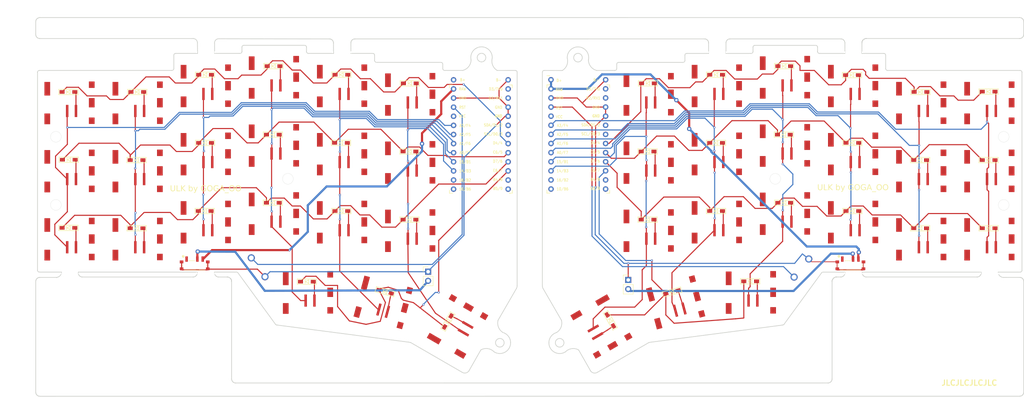
<source format=kicad_pcb>
(kicad_pcb (version 20241229) (generator "pcbnew") (generator_version "9.0")
  (title_block (title "ULK") (date "2025-09-11") (rev "1.0.0") (company "GOGA_OO"))
  (layers (0 "F.Cu" signal) (2 "B.Cu" signal) (13 "F.Paste" user) (15 "B.Paste" user) (5 "F.SilkS" user "F.Silkscreen") (7 "B.SilkS" user "B.Silkscreen") (1 "F.Mask" user) (3 "B.Mask" user) (25 "Edge.Cuts" user))
  (net 0 "")
  (net 1 "row0")
  (net 2 "Net-(D1-A)")
  (net 3 "row1")
  (net 4 "Net-(D2-A)")
  (net 5 "row2")
  (net 6 "Net-(D3-A)")
  (net 7 "row3")
  (net 8 "Net-(D4-A)")
  (net 9 "Net-(D5-A)")
  (net 10 "Net-(D6-A)")
  (net 11 "Net-(D7-A)")
  (net 12 "Net-(D8-A)")
  (net 13 "Net-(D9-A)")
  (net 14 "Net-(D10-A)")
  (net 15 "Net-(D11-A)")
  (net 16 "Net-(D12-A)")
  (net 17 "Net-(D13-A)")
  (net 18 "Net-(D14-A)")
  (net 19 "Net-(D15-A)")
  (net 20 "Net-(D16-A)")
  (net 21 "Net-(D17-A)")
  (net 22 "Net-(D18-A)")
  (net 23 "Net-(D19-A)")
  (net 24 "Net-(D20-A)")
  (net 25 "Net-(D21-A)")
  (net 26 "GND")
  (net 27 "VCC")
  (net 28 "col0")
  (net 29 "col1")
  (net 30 "col2")
  (net 31 "col3")
  (net 32 "col4")
  (net 33 "col5")
  (net 34 "Net-(D22-A)")
  (net 35 "Net-(D23-A)")
  (net 36 "reset")
  (net 37 "SCL")
  (net 38 "SDA")
  (net 39 "Net-(D24-A)")
  (net 40 "Net-(D25-A)")
  (net 41 "Net-(D26-A)")
  (net 42 "Net-(D27-A)")
  (net 43 "Net-(D28-A)")
  (net 44 "Net-(D29-A)")
  (net 45 "row0_r")
  (net 46 "Net-(D30-A)")
  (net 47 "Net-(D31-A)")
  (net 48 "Net-(D32-A)")
  (net 49 "Net-(D33-A)")
  (net 50 "Net-(D34-A)")
  (net 51 "row1_r")
  (net 52 "Net-(D35-A)")
  (net 53 "Net-(D36-A)")
  (net 54 "Net-(D37-A)")
  (net 55 "Net-(D38-A)")
  (net 56 "Net-(D39-A)")
  (net 57 "Net-(D40-A)")
  (net 58 "row2_r")
  (net 59 "Net-(D41-A)")
  (net 60 "Net-(D42-A)")
  (net 64 "row3_r")
  (net 67 "SDA_r")
  (net 68 "SCL_r")
  (net 70 "reset_r")
  (net 71 "col0_r")
  (net 72 "col1_r")
  (net 73 "col2_r")
  (net 74 "col3_r")
  (net 75 "col4_r")
  (net 76 "col5_r")
  (net 77 "VDD")
  (net 78 "GNDA")
  (net 85 "+1V5")
  (net 86 "Net-(U3-+)")
  (net 88 "Net-(U5-+)")
  (net 89 "1V5")
  (footprint "kbd:ResetSW_1side" (layer "F.Cu") (at 72.7075 81.68 126)
    (property "Reference" "RSW1" (hide yes))
    (property "Value" "SW_PUSH" (hide yes))
  )
  (footprint "kbd:D3_SMD_v2" (layer "F.Cu") (at 19.8075 32.78)
    (property "Reference" "D1" (hide yes))
    (property "Value" "D" (hide yes))
  )
  (footprint "kbd:D3_SMD_v2" (layer "F.Cu") (at 39.0075 32.78)
    (property "Reference" "D2" (hide yes))
    (property "Value" "D" (hide yes))
  )
  (footprint "kbd:D3_SMD_v2" (layer "F.Cu") (at 57.9075 27.98)
    (property "Reference" "D3" (hide yes))
    (property "Value" "D" (hide yes))
  )
  (footprint "kbd:D3_SMD_v2" (layer "F.Cu") (at 77.0075 25.58)
    (property "Reference" "D4" (hide yes))
    (property "Value" "D" (hide yes))
  )
  (footprint "kbd:D3_SMD_v2" (layer "F.Cu") (at 95.9275 27.98)
    (property "Reference" "D5" (hide yes))
    (property "Value" "D" (hide yes))
  )
  (footprint "kbd:D3_SMD_v2" (layer "F.Cu") (at 115.0075 30.38)
    (property "Reference" "D6" (hide yes))
    (property "Value" "D" (hide yes))
  )
  (footprint "kbd:D3_SMD_v2" (layer "F.Cu") (at 19.9075 51.68)
    (property "Reference" "D7" (hide yes))
    (property "Value" "D" (hide yes))
  )
  (footprint "kbd:D3_SMD_v2" (layer "F.Cu") (at 38.8075 51.78)
    (property "Reference" "D8" (hide yes))
    (property "Value" "D" (hide yes))
  )
  (footprint "kbd:D3_SMD_v2" (layer "F.Cu") (at 57.9075 46.98)
    (property "Reference" "D9" (hide yes))
    (property "Value" "D" (hide yes))
  )
  (footprint "kbd:D3_SMD_v2" (layer "F.Cu") (at 76.8075 44.68)
    (property "Reference" "D10" (hide yes))
    (property "Value" "D" (hide yes))
  )
  (footprint "kbd:D3_SMD_v2" (layer "F.Cu") (at 95.8075 46.98)
    (property "Reference" "D11" (hide yes))
    (property "Value" "D" (hide yes))
  )
  (footprint "kbd:D3_SMD_v2" (layer "F.Cu") (at 114.9075 49.38)
    (property "Reference" "D12" (hide yes))
    (property "Value" "D" (hide yes))
  )
  (footprint "kbd:D3_SMD_v2" (layer "F.Cu") (at 19.8075 70.68)
    (property "Reference" "D13" (hide yes))
    (property "Value" "D" (hide yes))
  )
  (footprint "kbd:D3_SMD_v2" (layer "F.Cu") (at 38.8075 70.78)
    (property "Reference" "D14" (hide yes))
    (property "Value" "D" (hide yes))
  )
  (footprint "kbd:D3_SMD_v2" (layer "F.Cu") (at 57.8075 65.98)
    (property "Reference" "D15" (hide yes))
    (property "Value" "D" (hide yes))
  )
  (footprint "kbd:D3_SMD_v2" (layer "F.Cu") (at 76.8075 63.68)
    (property "Reference" "D16" (hide yes))
    (property "Value" "D" (hide yes))
  )
  (footprint "kbd:D3_SMD_v2" (layer "F.Cu") (at 95.9075 65.98)
    (property "Reference" "D17" (hide yes))
    (property "Value" "D" (hide yes))
  )
  (footprint "kbd:D3_SMD_v2" (layer "F.Cu") (at 114.9075 68.38)
    (property "Reference" "D18" (hide yes))
    (property "Value" "D" (hide yes))
  )
  (footprint "kbd:D3_SMD_v2" (layer "F.Cu") (at 86.3075 85.68)
    (property "Reference" "D19" (hide yes))
    (property "Value" "D" (hide yes))
  )
  (footprint "kbd:D3_SMD_v2" (layer "F.Cu") (at 108.1075 88.48 -15)
    (property "Reference" "D20" (hide yes))
    (property "Value" "D" (hide yes))
  )
  (footprint "kbd:D3_SMD_v2" (layer "F.Cu") (at 125.6075 96.78 60)
    (property "Reference" "D21" (hide yes))
    (property "Value" "D" (hide yes))
  )
  (footprint "ULK_sw:Cherry_ULP_SMD" (layer "F.Cu") (at 39.1075 35.78)
    (property "Reference" "SW2" (hide yes))
    (property "Value" "SW_PUSH")
  )
  (footprint "ULK_sw:Cherry_ULP_SMD" (layer "F.Cu") (at 58.1075 31.03)
    (property "Reference" "SW3" (hide yes))
    (property "Value" "SW_PUSH")
  )
  (footprint "ULK_sw:Cherry_ULP_SMD" (layer "F.Cu") (at 77.1075 28.655)
    (property "Reference" "SW4" (hide yes))
    (property "Value" "SW_PUSH")
  )
  (footprint "ULK_sw:Cherry_ULP_SMD" (layer "F.Cu") (at 96.1075 31.03)
    (property "Reference" "SW5" (hide yes))
    (property "Value" "SW_PUSH")
  )
  (footprint "ULK_sw:Cherry_ULP_SMD" (layer "F.Cu") (at 20.1075 54.78)
    (property "Reference" "SW7" (hide yes))
    (property "Value" "SW_PUSH")
  )
  (footprint "ULK_sw:Cherry_ULP_SMD" (layer "F.Cu") (at 39.1075 54.78)
    (property "Reference" "SW8" (hide yes))
    (property "Value" "SW_PUSH")
  )
  (footprint "ULK_sw:Cherry_ULP_SMD" (layer "F.Cu") (at 58.1075 50.03)
    (property "Reference" "SW9" (hide yes))
    (property "Value" "SW_PUSH")
  )
  (footprint "ULK_sw:Cherry_ULP_SMD" (layer "F.Cu") (at 77.1075 47.655)
    (property "Reference" "SW10" (hide yes))
    (property "Value" "SW_PUSH")
  )
  (footprint "ULK_sw:Cherry_ULP_SMD" (layer "F.Cu") (at 96.1075 50.03)
    (property "Reference" "SW11" (hide yes))
    (property "Value" "SW_PUSH")
  )
  (footprint "ULK_sw:Cherry_ULP_SMD" (layer "F.Cu") (at 115.1075 52.405)
    (property "Reference" "SW12" (hide yes))
    (property "Value" "SW_PUSH")
  )
  (footprint "ULK_sw:Cherry_ULP_SMD" (layer "F.Cu") (at 20.1075 73.78)
    (property "Reference" "SW13" (hide yes))
    (property "Value" "SW_PUSH")
  )
  (footprint "ULK_sw:Cherry_ULP_SMD" (layer "F.Cu") (at 39.1075 73.78)
    (property "Reference" "SW14" (hide yes))
    (property "Value" "SW_PUSH")
  )
  (footprint "ULK_sw:Cherry_ULP_SMD" (layer "F.Cu") (at 58.1075 69.03)
    (property "Reference" "SW15" (hide yes))
    (property "Value" "SW_PUSH")
  )
  (footprint "ULK_sw:Cherry_ULP_SMD" (layer "F.Cu") (at 77.1075 66.655)
    (property "Reference" "SW16" (hide yes))
    (property "Value" "SW_PUSH")
  )
  (footprint "ULK_sw:Cherry_ULP_SMD" (layer "F.Cu") (at 96.1075 69.03)
    (property "Reference" "SW17" (hide yes))
    (property "Value" "SW_PUSH")
  )
  (footprint "ULK_sw:Cherry_ULP_SMD" (layer "F.Cu") (at 115.1075 71.405)
    (property "Reference" "SW18" (hide yes))
    (property "Value" "SW_PUSH")
  )
  (footprint "ULK_sw:Cherry_ULP_SMD" (layer "F.Cu") (at 86.6075 88.655)
    (property "Reference" "SW19" (hide yes))
    (property "Value" "SW_PUSH")
  )
  (footprint "ULK_sw:Cherry_ULP_SMD" (layer "F.Cu") (at 107.6075 91.405 -15)
    (property "Reference" "SW20" (hide yes))
    (property "Value" "SW_PUSH")
  )
  (footprint "ULK_sw:Cherry_ULP_SMD" (layer "F.Cu") (at 128.2575 98.155 60)
    (property "Reference" "SW21" (hide yes))
    (property "Value" "SW_PUSH")
  )
  (footprint "ULK_sw:Cherry_ULP_SMD" (layer "F.Cu") (at 168.4645 98.15 -60)
    (property "Reference" "SW42" (hide yes))
    (property "Value" "SW_PUSH")
  )
  (footprint "kbd:ResetSW_1side" (layer "F.Cu") (at 224.2075 81.88 -129)
    (property "Reference" "RSW2" (hide yes))
    (property "Value" "SW_PUSH" (hide yes))
  )
  (footprint "kbd:D3_SMD_v2" (layer "F.Cu") (at 257.4075 32.78)
    (property "Reference" "D23" (hide yes))
    (property "Value" "D" (hide yes))
  )
  (footprint "kbd:D3_SMD_v2" (layer "F.Cu") (at 238.3075 28.08)
    (property "Reference" "D24" (hide yes))
    (property "Value" "D" (hide yes))
  )
  (footprint "kbd:D3_SMD_v2" (layer "F.Cu") (at 219.4075 25.58)
    (property "Reference" "D25" (hide yes))
    (property "Value" "D" (hide yes))
  )
  (footprint "kbd:D3_SMD_v2" (layer "F.Cu") (at 181.4075 30.38)
    (property "Reference" "D27" (hide yes))
    (property "Value" "D" (hide yes))
  )
  (footprint "kbd:D3_SMD_v2" (layer "F.Cu") (at 276.4075 51.78)
    (property "Reference" "D28" (hide yes))
    (property "Value" "D" (hide yes))
  )
  (footprint "kbd:D3_SMD_v2" (layer "F.Cu") (at 257.3075 51.78)
    (property "Reference" "D29" (hide yes))
    (property "Value" "D" (hide yes))
  )
  (footprint "kbd:D3_SMD_v2" (layer "F.Cu") (at 238.4075 46.98)
    (property "Reference" "D30" (hide yes))
    (property "Value" "D" (hide yes))
  )
  (footprint "kbd:D3_SMD_v2" (layer "F.Cu") (at 219.3075 44.68)
    (property "Reference" "D31" (hide yes))
    (property "Value" "D" (hide yes))
  )
  (footprint "kbd:D3_SMD_v2" (layer "F.Cu") (at 200.4075 46.98)
    (property "Reference" "D32" (hide yes))
    (property "Value" "D" (hide yes))
  )
  (footprint "kbd:D3_SMD_v2" (layer "F.Cu") (at 181.3075 49.38)
    (property "Reference" "D33" (hide yes))
    (property "Value" "D" (hide yes))
  )
  (footprint "kbd:D3_SMD_v2" (layer "F.Cu") (at 276.4075 70.78)
    (property "Reference" "D34" (hide yes))
    (property "Value" "D" (hide yes))
  )
  (footprint "kbd:D3_SMD_v2" (layer "F.Cu") (at 257.3075 70.78)
    (property "Reference" "D35" (hide yes))
    (property "Value" "D" (hide yes))
  )
  (footprint "kbd:D3_SMD_v2" (layer "F.Cu") (at 238.4075 65.98)
    (property "Reference" "D36" (hide yes))
    (property "Value" "D" (hide yes))
  )
  (footprint "kbd:D3_SMD_v2" (layer "F.Cu") (at 219.4075 63.68)
    (property "Reference" "D37" (hide yes))
    (property "Value" "D" (hide yes))
  )
  (footprint "kbd:D3_SMD_v2" (layer "F.Cu") (at 200.4075 65.98)
    (property "Reference" "D38" (hide yes))
    (property "Value" "D" (hide yes))
  )
  (footprint "kbd:D3_SMD_v2" (layer "F.Cu") (at 181.3075 68.38)
    (property "Reference" "D39" (hide yes))
    (property "Value" "D" (hide yes))
  )
  (footprint "kbd:D3_SMD_v2" (layer "F.Cu") (at 209.9075 85.58)
    (property "Reference" "D40" (hide yes))
    (property "Value" "D" (hide yes))
  )
  (footprint "kbd:D3_SMD_v2" (layer "F.Cu") (at 188.1075 88.58 15)
    (property "Reference" "D41" (hide yes))
    (property "Value" "D" (hide yes))
  )
  (footprint "kbd:D3_SMD_v2" (layer "F.Cu") (at 170.9075 96.48 -60)
    (property "Reference" "D42" (hide yes))
    (property "Value" "D" (hide yes))
  )
  (footprint "kbd:D3_SMD_v2" (layer "F.Cu") (at 276.4075 32.68)
    (property "Reference" "D22" (hide yes))
    (property "Value" "D" (hide yes))
  )
  (footprint "ULK_sw:Cherry_ULP_SMD" (layer "F.Cu") (at 219.6145 66.65)
    (property "Reference" "SW37" (hide yes))
    (property "Value" "SW_PUSH")
  )
  (footprint "ULK_sw:Cherry_ULP_SMD" (layer "F.Cu") (at 200.6145 69.025)
    (property "Reference" "SW38" (hide yes))
    (property "Value" "SW_PUSH")
  )
  (footprint "ULK_sw:Cherry_ULP_SMD" (layer "F.Cu") (at 181.6145 71.4)
    (property "Reference" "SW39" (hide yes))
    (property "Value" "SW_PUSH")
  )
  (footprint "ULK_sw:Cherry_ULP_SMD" (layer "F.Cu") (at 210.1145 88.65)
    (property "Reference" "SW40" (hide yes))
    (property "Value" "SW_PUSH")
  )
  (footprint "ULK_sw:Cherry_ULP_SMD" (layer "F.Cu") (at 189.1145 91.4 15)
    (property "Reference" "SW41" (hide yes))
    (property "Value" "SW_PUSH")
  )
  (footprint "ULK_sw:Cherry_ULP_SMD" (layer "F.Cu") (at 219.6145 28.65)
    (property "Reference" "SW25" (hide yes))
    (property "Value" "SW_PUSH")
  )
  (footprint "ULK_sw:Cherry_ULP_SMD" (layer "F.Cu") (at 200.6145 31.025)
    (property "Reference" "SW26" (hide yes))
    (property "Value" "SW_PUSH")
  )
  (footprint "ULK_sw:Cherry_ULP_SMD" (layer "F.Cu") (at 276.6145 54.775)
    (property "Reference" "SW28" (hide yes))
    (property "Value" "SW_PUSH")
  )
  (footprint "ULK_sw:Cherry_ULP_SMD" (layer "F.Cu") (at 238.6145 31.025)
    (property "Reference" "SW24" (hide yes))
    (property "Value" "SW_PUSH")
  )
  (footprint "ULK_sw:Cherry_ULP_SMD" (layer "F.Cu") (at 257.6145 54.775)
    (property "Reference" "SW29" (hide yes))
    (property "Value" "SW_PUSH")
  )
  (footprint "ULK_sw:Cherry_ULP_SMD" (layer "F.Cu") (at 257.6145 73.775)
    (property "Reference" "SW35" (hide yes))
    (property "Value" "SW_PUSH")
  )
  (footprint "ULK_sw:Cherry_ULP_SMD" (layer "F.Cu") (at 238.6145 69.025)
    (property "Reference" "SW36" (hide yes))
    (property "Value" "SW_PUSH")
  )
  (footprint "ULK_sw:Cherry_ULP_SMD" (layer "F.Cu") (at 276.6145 35.775)
    (property "Reference" "SW22" (hide yes))
    (property "Value" "SW_PUSH")
  )
  (footprint "ULK_sw:Cherry_ULP_SMD" (layer "F.Cu") (at 257.6145 35.775)
    (property "Reference" "SW23" (hide yes))
    (property "Value" "SW_PUSH")
  )
  (footprint "ULK_sw:Cherry_ULP_SMD" (layer "F.Cu") (at 238.6145 50.025)
    (property "Reference" "SW30" (hide yes))
    (property "Value" "SW_PUSH")
  )
  (footprint "ULK_sw:Cherry_ULP_SMD" (layer "F.Cu") (at 219.6145 47.65)
    (property "Reference" "SW31" (hide yes))
    (property "Value" "SW_PUSH")
  )
  (footprint "ULK_sw:Cherry_ULP_SMD" (layer "F.Cu") (at 200.6145 50.025)
    (property "Reference" "SW32" (hide yes))
    (property "Value" "SW_PUSH")
  )
  (footprint "ULK_sw:Cherry_ULP_SMD" (layer "F.Cu") (at 181.6145 52.4)
    (property "Reference" "SW33" (hide yes))
    (property "Value" "SW_PUSH")
  )
  (footprint "ULK_sw:Cherry_ULP_SMD" (layer "F.Cu") (at 276.6145 73.775)
    (property "Reference" "SW34" (hide yes))
    (property "Value" "SW_PUSH")
  )
  (footprint "kbd:D3_SMD_v2" (layer "F.Cu") (at 200.4075 27.98)
    (property "Reference" "D26" (hide yes))
    (property "Value" "D" (hide yes))
  )
  (footprint "ULK_sw:Cherry_ULP_SMD" (layer "F.Cu") (at 20.1075 35.78)
    (property "Reference" "SW1" (hide yes))
    (property "Value" "SW_PUSH")
  )
  (footprint "ULK_sw:Cherry_ULP_SMD" (layer "F.Cu") (at 115.1075 33.405)
    (property "Reference" "SW6" (hide yes))
    (property "Value" "SW_PUSH")
  )
  (footprint "ULK_sw:Cherry_ULP_SMD" (layer "F.Cu") (at 181.6075 33.405)
    (property "Reference" "SW27" (hide yes))
    (property "Value" "SW_PUSH")
  )
  (footprint "kbd:ProMicro_v3" (layer "F.Cu") (at 134.8125 46.42)
    (property "Reference" "U1" (hide yes))
    (property "Value" "ProMicro" (hide yes))
  )
  (footprint "kbd:ProMicro_v3" (layer "F.Cu") (at 161.9875 46.39)
    (property "Reference" "U2" (hide yes))
    (property "Value" "ProMicro" (hide yes))
  )
  (footprint "Panelization.pretty-master:mouse-bite-2mm-slot" (layer "F.Cu") (at 19.9075 83.38)
    (property "Reference" "mouse-bite-2mm-slot" (hide yes))
    (property "Value" "VAL**" (hide yes))
  )
  (footprint "Panelization.pretty-master:mouse-bite-2mm-slot" (layer "F.Cu") (at 276.3075 83.38)
    (property "Reference" "mouse-bite-2mm-slot" (hide yes))
    (property "Value" "VAL**" (hide yes))
  )
  (footprint "Panelization.pretty-master:mouse-bite-2mm-slot" (layer "F.Cu") (at 57.8075 83.38)
    (property "Reference" "mouse-bite-2mm-slot" (hide yes))
    (property "Value" "VAL**" (hide yes))
  )
  (footprint "PCM12SMTR:SW_PCM12SMTR" (layer "F.Cu") (at 55.0075 81.13)
    (property "Reference" "SW43" (hide yes))
    (property "Value" "PCM12SMTR" (hide yes))
  )
  (footprint "Panelization.pretty-master:mouse-bite-2mm-slot" (layer "F.Cu") (at 238.4575 83.38)
    (property "Reference" "mouse-bite-2mm-slot" (hide yes))
    (property "Value" "VAL**" (hide yes))
  )
  (footprint "PCM12SMTR:SW_PCM12SMTR" (layer "F.Cu") (at 237.8575 81.13)
    (property "Reference" "SW44" (hide yes))
    (property "Value" "PCM12SMTR" (hide yes))
  )
  (footprint "Panelization.pretty-master:mouse-bite-2mm-slot" (layer "F.Cu") (at 200.4575 21.68)
    (property "Reference" "mouse-bite-2mm-slot" (hide yes))
    (property "Value" "VAL**" (hide yes))
  )
  (footprint "Panelization.pretty-master:mouse-bite-2mm-slot" (layer "F.Cu") (at 238.4575 21.68)
    (property "Reference" "mouse-bite-2mm-slot" (hide yes))
    (property "Value" "VAL**" (hide yes))
  )
  (footprint "Connector_PinHeader_2.54mm:PinHeader_1x02_P2.54mm_Vertical" (layer "F.Cu") (at 120.1075 82.905)
    (property "Reference" "U3" (hide yes))
    (property "Value" "~")
  )
  (footprint "Panelization.pretty-master:mouse-bite-2mm-slot" (layer "F.Cu") (at 95.7075 21.68)
    (property "Reference" "mouse-bite-2mm-slot" (hide yes))
    (property "Value" "VAL**" (hide yes))
  )
  (footprint "Connector_PinHeader_2.54mm:PinHeader_1x02_P2.54mm_Vertical" (layer "F.Cu") (at 175.9075 85.205)
    (property "Reference" "U5" (hide yes))
    (property "Value" "~")
  )
  (footprint "Panelization.pretty-master:mouse-bite-2mm-slot" (layer "F.Cu") (at 57.8075 21.68)
    (property "Reference" "mouse-bite-2mm-slot" (hide yes))
    (property "Value" "VAL**" (hide yes))
  )
  (gr_line (start 16.5885 84.485) (end 16.5878 84.485) (stroke (width 0.2)) (layer "Edge.Cuts"))
  (gr_line (start 16.5878 84.485) (end 16.5856 84.485) (stroke (width 0.2)) (layer "Edge.Cuts"))
  (gr_line (start 16.5856 84.485) (end 16.5835 84.485) (stroke (width 0.2)) (layer "Edge.Cuts"))
  (gr_line (start 16.5835 84.485) (end 16.5775 84.485) (stroke (width 0.2)) (layer "Edge.Cuts"))
  (gr_line (start 16.5775 84.485) (end 16.5774 84.485) (stroke (width 0.2)) (layer "Edge.Cuts"))
  (gr_line (start 16.5774 84.485) (end 11.8252 84.485) (stroke (width 0.2)) (layer "Edge.Cuts"))
  (gr_line (start 11.8252 84.485) (end 11.8194 84.485) (stroke (width 0.2)) (layer "Edge.Cuts"))
  (gr_line (start 11.8194 84.485) (end 11.5963 84.508) (stroke (width 0.2)) (layer "Edge.Cuts"))
  (gr_line (start 11.5963 84.508) (end 11.3843 84.574) (stroke (width 0.2)) (layer "Edge.Cuts"))
  (gr_line (start 11.3843 84.574) (end 11.1891 84.68) (stroke (width 0.2)) (layer "Edge.Cuts"))
  (gr_line (start 11.1891 84.68) (end 11.018 84.821) (stroke (width 0.2)) (layer "Edge.Cuts"))
  (gr_line (start 11.018 84.821) (end 10.8778 84.993) (stroke (width 0.2)) (layer "Edge.Cuts"))
  (gr_line (start 10.8778 84.993) (end 10.7736 85.189) (stroke (width 0.2)) (layer "Edge.Cuts"))
  (gr_line (start 10.7736 85.189) (end 10.7094 85.402) (stroke (width 0.2)) (layer "Edge.Cuts"))
  (gr_line (start 10.7094 85.402) (end 10.6875 85.625) (stroke (width 0.2)) (layer "Edge.Cuts"))
  (gr_line (start 10.6875 116.497) (end 10.6875 116.503) (stroke (width 0.2)) (layer "Edge.Cuts"))
  (gr_line (start 10.6875 116.503) (end 10.711 116.726) (stroke (width 0.2)) (layer "Edge.Cuts"))
  (gr_line (start 10.711 116.726) (end 10.7766 116.938) (stroke (width 0.2)) (layer "Edge.Cuts"))
  (gr_line (start 10.7766 116.938) (end 10.8822 117.133) (stroke (width 0.2)) (layer "Edge.Cuts"))
  (gr_line (start 10.8822 117.133) (end 11.0236 117.304) (stroke (width 0.2)) (layer "Edge.Cuts"))
  (gr_line (start 11.0236 117.304) (end 11.1957 117.445) (stroke (width 0.2)) (layer "Edge.Cuts"))
  (gr_line (start 11.1957 117.445) (end 11.3916 117.549) (stroke (width 0.2)) (layer "Edge.Cuts"))
  (gr_line (start 11.3916 117.549) (end 11.6041 117.613) (stroke (width 0.2)) (layer "Edge.Cuts"))
  (gr_line (start 11.6041 117.613) (end 11.8274 117.635) (stroke (width 0.2)) (layer "Edge.Cuts"))
  (gr_line (start 11.8274 117.635) (end 285.0575 117.626) (stroke (width 0.2)) (layer "Edge.Cuts"))
  (gr_line (start 285.0555 12.0385) (end 11.8252 12.0475) (stroke (width 0.2)) (layer "Edge.Cuts"))
  (gr_line (start 11.8252 12.0475) (end 11.8194 12.0475) (stroke (width 0.2)) (layer "Edge.Cuts"))
  (gr_line (start 11.8194 12.0475) (end 11.5963 12.071) (stroke (width 0.2)) (layer "Edge.Cuts"))
  (gr_line (start 11.5963 12.071) (end 11.3843 12.1366) (stroke (width 0.2)) (layer "Edge.Cuts"))
  (gr_line (start 11.3843 12.1366) (end 11.1891 12.2422) (stroke (width 0.2)) (layer "Edge.Cuts"))
  (gr_line (start 11.1891 12.2422) (end 11.018 12.3837) (stroke (width 0.2)) (layer "Edge.Cuts"))
  (gr_line (start 11.018 12.3837) (end 10.8778 12.5557) (stroke (width 0.2)) (layer "Edge.Cuts"))
  (gr_line (start 10.8778 12.5557) (end 10.7736 12.7516) (stroke (width 0.2)) (layer "Edge.Cuts"))
  (gr_line (start 10.7736 12.7516) (end 10.7094 12.9641) (stroke (width 0.2)) (layer "Edge.Cuts"))
  (gr_line (start 10.7094 12.9641) (end 10.6875 13.1875) (stroke (width 0.2)) (layer "Edge.Cuts"))
  (gr_line (start 10.6875 13.1875) (end 10.6875 16.7473) (stroke (width 0.2)) (layer "Edge.Cuts"))
  (gr_line (start 10.6875 16.7473) (end 10.6875 16.7531) (stroke (width 0.2)) (layer "Edge.Cuts"))
  (gr_line (start 10.6875 16.7531) (end 10.711 16.9762) (stroke (width 0.2)) (layer "Edge.Cuts"))
  (gr_line (start 10.711 16.9762) (end 10.7766 17.1882) (stroke (width 0.2)) (layer "Edge.Cuts"))
  (gr_line (start 10.7766 17.1882) (end 10.8822 17.3835) (stroke (width 0.2)) (layer "Edge.Cuts"))
  (gr_line (start 10.8822 17.3835) (end 11.0236 17.5545) (stroke (width 0.2)) (layer "Edge.Cuts"))
  (gr_line (start 11.0236 17.5545) (end 11.1957 17.6948) (stroke (width 0.2)) (layer "Edge.Cuts"))
  (gr_line (start 11.1957 17.6948) (end 11.3916 17.799) (stroke (width 0.2)) (layer "Edge.Cuts"))
  (gr_line (start 11.3916 17.799) (end 11.6041 17.8631) (stroke (width 0.2)) (layer "Edge.Cuts"))
  (gr_line (start 11.6041 17.8631) (end 11.8274 17.885) (stroke (width 0.2)) (layer "Edge.Cuts"))
  (gr_line (start 11.8274 17.885) (end 54.5774 17.885) (stroke (width 0.2)) (layer "Edge.Cuts"))
  (gr_line (start 55.7724 19.08) (end 55.8175 22.020252) (stroke (width 0.2)) (layer "Edge.Cuts"))
  (gr_line (start 60.5575 83.021073) (end 60.5625 83.247) (stroke (width 0.2)) (layer "Edge.Cuts"))
  (gr_line (start 60.5625 83.247) (end 60.5625 83.253) (stroke (width 0.2)) (layer "Edge.Cuts"))
  (gr_line (start 60.5625 83.253) (end 60.586 83.476) (stroke (width 0.2)) (layer "Edge.Cuts"))
  (gr_line (start 60.586 83.476) (end 60.6516 83.688) (stroke (width 0.2)) (layer "Edge.Cuts"))
  (gr_line (start 60.6516 83.688) (end 60.7572 83.883) (stroke (width 0.2)) (layer "Edge.Cuts"))
  (gr_line (start 60.7572 83.883) (end 60.8986 84.054) (stroke (width 0.2)) (layer "Edge.Cuts"))
  (gr_line (start 60.8986 84.054) (end 61.0707 84.195) (stroke (width 0.2)) (layer "Edge.Cuts"))
  (gr_line (start 61.0707 84.195) (end 61.2666 84.299) (stroke (width 0.2)) (layer "Edge.Cuts"))
  (gr_line (start 61.2666 84.299) (end 61.4791 84.363) (stroke (width 0.2)) (layer "Edge.Cuts"))
  (gr_line (start 61.4791 84.363) (end 61.7024 84.385) (stroke (width 0.2)) (layer "Edge.Cuts"))
  (gr_line (start 61.7024 84.385) (end 64.0774 84.385) (stroke (width 0.2)) (layer "Edge.Cuts"))
  (gr_line (start 64.0774 84.385) (end 64.0799 84.385) (stroke (width 0.2)) (layer "Edge.Cuts"))
  (gr_line (start 64.0799 84.385) (end 64.0799 84.385) (stroke (width 0.2)) (layer "Edge.Cuts"))
  (gr_line (start 64.0799 84.385) (end 64.3105 84.408) (stroke (width 0.2)) (layer "Edge.Cuts"))
  (gr_line (start 64.3105 84.408) (end 64.3105 84.408) (stroke (width 0.2)) (layer "Edge.Cuts"))
  (gr_line (start 64.3105 84.408) (end 64.3105 84.408) (stroke (width 0.2)) (layer "Edge.Cuts"))
  (gr_line (start 64.3105 84.408) (end 64.3112 84.408) (stroke (width 0.2)) (layer "Edge.Cuts"))
  (gr_line (start 64.3112 84.408) (end 64.3156 84.409) (stroke (width 0.2)) (layer "Edge.Cuts"))
  (gr_line (start 64.3156 84.409) (end 64.3201 84.41) (stroke (width 0.2)) (layer "Edge.Cuts"))
  (gr_line (start 64.3201 84.41) (end 64.542 84.477) (stroke (width 0.2)) (layer "Edge.Cuts"))
  (gr_line (start 64.542 84.477) (end 64.542599 84.477) (stroke (width 0.2)) (layer "Edge.Cuts"))
  (gr_line (start 64.542599 84.477) (end 64.5468 84.479) (stroke (width 0.2)) (layer "Edge.Cuts"))
  (gr_line (start 64.5468 84.479) (end 64.551 84.48) (stroke (width 0.2)) (layer "Edge.Cuts"))
  (gr_line (start 64.551 84.48) (end 64.7556 84.589) (stroke (width 0.2)) (layer "Edge.Cuts"))
  (gr_line (start 64.7556 84.589) (end 64.7556 84.589) (stroke (width 0.2)) (layer "Edge.Cuts"))
  (gr_line (start 64.7556 84.589) (end 64.7556 84.589) (stroke (width 0.2)) (layer "Edge.Cuts"))
  (gr_line (start 64.7556 84.589) (end 64.756199 84.59) (stroke (width 0.2)) (layer "Edge.Cuts"))
  (gr_line (start 64.756199 84.59) (end 64.759999 84.592) (stroke (width 0.2)) (layer "Edge.Cuts"))
  (gr_line (start 64.759999 84.592) (end 64.7638 84.595) (stroke (width 0.2)) (layer "Edge.Cuts"))
  (gr_line (start 64.7638 84.595) (end 64.9434 84.741) (stroke (width 0.2)) (layer "Edge.Cuts"))
  (gr_line (start 64.9434 84.741) (end 64.9439 84.742) (stroke (width 0.2)) (layer "Edge.Cuts"))
  (gr_line (start 64.9439 84.742) (end 64.947 84.745) (stroke (width 0.2)) (layer "Edge.Cuts"))
  (gr_line (start 64.947 84.745) (end 64.9503 84.748) (stroke (width 0.2)) (layer "Edge.Cuts"))
  (gr_line (start 64.9503 84.748) (end 65.098 84.927) (stroke (width 0.2)) (layer "Edge.Cuts"))
  (gr_line (start 65.098 84.927) (end 65.0984 84.927) (stroke (width 0.2)) (layer "Edge.Cuts"))
  (gr_line (start 65.0984 84.927) (end 65.1009 84.931) (stroke (width 0.2)) (layer "Edge.Cuts"))
  (gr_line (start 65.1009 84.931) (end 65.1035 84.935) (stroke (width 0.2)) (layer "Edge.Cuts"))
  (gr_line (start 65.1035 84.935) (end 65.2137 85.139) (stroke (width 0.2)) (layer "Edge.Cuts"))
  (gr_line (start 65.2137 85.139) (end 65.2137 85.139) (stroke (width 0.2)) (layer "Edge.Cuts"))
  (gr_line (start 65.2137 85.139) (end 65.2137 85.139) (stroke (width 0.2)) (layer "Edge.Cuts"))
  (gr_line (start 65.2137 85.139) (end 65.214 85.139) (stroke (width 0.2)) (layer "Edge.Cuts"))
  (gr_line (start 65.214 85.139) (end 65.2157 85.143) (stroke (width 0.2)) (layer "Edge.Cuts"))
  (gr_line (start 65.2157 85.143) (end 65.2175 85.148) (stroke (width 0.2)) (layer "Edge.Cuts"))
  (gr_line (start 65.2175 85.148) (end 65.286 85.369) (stroke (width 0.2)) (layer "Edge.Cuts"))
  (gr_line (start 65.286 85.369) (end 65.2862 85.37) (stroke (width 0.2)) (layer "Edge.Cuts"))
  (gr_line (start 65.2862 85.37) (end 65.2871 85.374) (stroke (width 0.2)) (layer "Edge.Cuts"))
  (gr_line (start 65.2871 85.374) (end 65.288 85.379) (stroke (width 0.2)) (layer "Edge.Cuts"))
  (gr_line (start 65.288 85.379) (end 65.3122 85.609) (stroke (width 0.2)) (layer "Edge.Cuts"))
  (gr_line (start 65.3122 85.609) (end 65.3123 85.61) (stroke (width 0.2)) (layer "Edge.Cuts"))
  (gr_line (start 65.3123 85.61) (end 65.3122 85.612) (stroke (width 0.2)) (layer "Edge.Cuts"))
  (gr_line (start 65.3122 85.612) (end 65.3125 85.614) (stroke (width 0.2)) (layer "Edge.Cuts"))
  (gr_line (start 65.3125 85.614) (end 65.3125 85.62) (stroke (width 0.2)) (layer "Edge.Cuts"))
  (gr_line (start 65.3125 85.62) (end 65.3125 85.62) (stroke (width 0.2)) (layer "Edge.Cuts"))
  (gr_line (start 65.3125 85.62) (end 65.3125 112.797) (stroke (width 0.2)) (layer "Edge.Cuts"))
  (gr_line (start 65.3125 112.797) (end 65.3125 112.803) (stroke (width 0.2)) (layer "Edge.Cuts"))
  (gr_line (start 65.3125 112.803) (end 65.336 113.026) (stroke (width 0.2)) (layer "Edge.Cuts"))
  (gr_line (start 65.336 113.026) (end 65.4016 113.238) (stroke (width 0.2)) (layer "Edge.Cuts"))
  (gr_line (start 65.4016 113.238) (end 65.5072 113.433) (stroke (width 0.2)) (layer "Edge.Cuts"))
  (gr_line (start 65.5072 113.433) (end 65.6486 113.604) (stroke (width 0.2)) (layer "Edge.Cuts"))
  (gr_line (start 65.6486 113.604) (end 65.8207 113.745) (stroke (width 0.2)) (layer "Edge.Cuts"))
  (gr_line (start 65.8207 113.745) (end 66.0166 113.849) (stroke (width 0.2)) (layer "Edge.Cuts"))
  (gr_line (start 66.0166 113.849) (end 66.2291 113.913) (stroke (width 0.2)) (layer "Edge.Cuts"))
  (gr_line (start 66.2291 113.913) (end 66.4524 113.935) (stroke (width 0.2)) (layer "Edge.Cuts"))
  (gr_line (start 66.4545 113.934) (end 231.6195 113.926) (stroke (width 0.2)) (layer "Edge.Cuts"))
  (gr_line (start 99.7005 17.985) (end 99.6945 17.985) (stroke (width 0.2)) (layer "Edge.Cuts"))
  (gr_line (start 99.6945 17.985) (end 99.4715 18.0085) (stroke (width 0.2)) (layer "Edge.Cuts"))
  (gr_line (start 99.4715 18.0085) (end 99.2595 18.0741) (stroke (width 0.2)) (layer "Edge.Cuts"))
  (gr_line (start 99.2595 18.0741) (end 99.0645 18.1797) (stroke (width 0.2)) (layer "Edge.Cuts"))
  (gr_line (start 99.0645 18.1797) (end 98.8935 18.3212) (stroke (width 0.2)) (layer "Edge.Cuts"))
  (gr_line (start 98.8935 18.3212) (end 98.7525 18.4932) (stroke (width 0.2)) (layer "Edge.Cuts"))
  (gr_line (start 98.7525 18.4932) (end 98.6485 18.6891) (stroke (width 0.2)) (layer "Edge.Cuts"))
  (gr_line (start 98.6485 18.6891) (end 98.5845 18.9016) (stroke (width 0.2)) (layer "Edge.Cuts"))
  (gr_line (start 98.5845 18.9016) (end 98.5625 19.125) (stroke (width 0.2)) (layer "Edge.Cuts"))
  (gr_line (start 98.5625 19.125) (end 98.5675 22.018729) (stroke (width 0.2)) (layer "Edge.Cuts"))
  (gr_line (start 22.5675 83.020309) (end 22.5625 83.247) (stroke (width 0.2)) (layer "Edge.Cuts"))
  (gr_line (start 22.5625 83.247) (end 22.5625 83.253) (stroke (width 0.2)) (layer "Edge.Cuts"))
  (gr_line (start 22.5625 83.253) (end 22.586 83.476) (stroke (width 0.2)) (layer "Edge.Cuts"))
  (gr_line (start 22.586 83.476) (end 22.6516 83.688) (stroke (width 0.2)) (layer "Edge.Cuts"))
  (gr_line (start 22.6516 83.688) (end 22.7572 83.883) (stroke (width 0.2)) (layer "Edge.Cuts"))
  (gr_line (start 22.7572 83.883) (end 22.8986 84.054) (stroke (width 0.2)) (layer "Edge.Cuts"))
  (gr_line (start 22.8986 84.054) (end 23.0707 84.195) (stroke (width 0.2)) (layer "Edge.Cuts"))
  (gr_line (start 23.0707 84.195) (end 23.2666 84.299) (stroke (width 0.2)) (layer "Edge.Cuts"))
  (gr_line (start 23.2666 84.299) (end 23.4791 84.363) (stroke (width 0.2)) (layer "Edge.Cuts"))
  (gr_line (start 23.4791 84.363) (end 23.7024 84.385) (stroke (width 0.2)) (layer "Edge.Cuts"))
  (gr_line (start 23.7024 84.385) (end 54.5748 84.385) (stroke (width 0.2)) (layer "Edge.Cuts"))
  (gr_line (start 54.5748 84.385) (end 54.5806 84.385) (stroke (width 0.2)) (layer "Edge.Cuts"))
  (gr_line (start 54.5806 84.385) (end 54.8037 84.362) (stroke (width 0.2)) (layer "Edge.Cuts"))
  (gr_line (start 54.8037 84.362) (end 55.0157 84.296) (stroke (width 0.2)) (layer "Edge.Cuts"))
  (gr_line (start 55.0157 84.296) (end 55.2109 84.19) (stroke (width 0.2)) (layer "Edge.Cuts"))
  (gr_line (start 55.2109 84.19) (end 55.382 84.049) (stroke (width 0.2)) (layer "Edge.Cuts"))
  (gr_line (start 55.382 84.049) (end 55.5222 83.877) (stroke (width 0.2)) (layer "Edge.Cuts"))
  (gr_line (start 55.5222 83.877) (end 55.6264 83.681) (stroke (width 0.2)) (layer "Edge.Cuts"))
  (gr_line (start 55.6264 83.681) (end 55.6906 83.468) (stroke (width 0.2)) (layer "Edge.Cuts"))
  (gr_line (start 55.6906 83.468) (end 55.7125 83.245) (stroke (width 0.2)) (layer "Edge.Cuts"))
  (gr_line (start 55.7125 83.245) (end 55.7175 83.020309) (stroke (width 0.2)) (layer "Edge.Cuts"))
  (gr_line (start 93.7275 22.020252) (end 93.7125 19.1227) (stroke (width 0.2)) (layer "Edge.Cuts"))
  (gr_line (start 93.7125 19.1227) (end 93.7125 19.1169) (stroke (width 0.2)) (layer "Edge.Cuts"))
  (gr_line (start 93.7125 19.1169) (end 93.689 18.8938) (stroke (width 0.2)) (layer "Edge.Cuts"))
  (gr_line (start 93.689 18.8938) (end 93.6234 18.6818) (stroke (width 0.2)) (layer "Edge.Cuts"))
  (gr_line (start 93.6234 18.6818) (end 93.5178 18.4866) (stroke (width 0.2)) (layer "Edge.Cuts"))
  (gr_line (start 93.5178 18.4866) (end 93.3763 18.3156) (stroke (width 0.2)) (layer "Edge.Cuts"))
  (gr_line (start 93.3763 18.3156) (end 93.2043 18.1753) (stroke (width 0.2)) (layer "Edge.Cuts"))
  (gr_line (start 93.2043 18.1753) (end 93.0084 18.0711) (stroke (width 0.2)) (layer "Edge.Cuts"))
  (gr_line (start 93.0084 18.0711) (end 92.7959 18.0069) (stroke (width 0.2)) (layer "Edge.Cuts"))
  (gr_line (start 92.7959 18.0069) (end 92.5726 17.985) (stroke (width 0.2)) (layer "Edge.Cuts"))
  (gr_line (start 92.5726 17.985) (end 61.7002 17.941411) (stroke (width 0.2)) (layer "Edge.Cuts"))
  (gr_line (start 60.5625 19.125) (end 60.5775 22.018729) (stroke (width 0.2)) (layer "Edge.Cuts"))
  (gr_line (start 10.6875 85.625) (end 10.6875 116.497) (stroke (width 0.2)) (layer "Edge.Cuts"))
  (gr_line (start 236.3175 22.026729) (end 236.3195 19.1137) (stroke (width 0.2)) (layer "Edge.Cuts"))
  (gr_line (start 236.3195 19.1137) (end 236.3195 19.1079) (stroke (width 0.2)) (layer "Edge.Cuts"))
  (gr_line (start 236.3195 19.1079) (end 236.2965 18.8848) (stroke (width 0.2)) (layer "Edge.Cuts"))
  (gr_line (start 236.2965 18.8848) (end 236.2305 18.6728) (stroke (width 0.2)) (layer "Edge.Cuts"))
  (gr_line (start 236.2305 18.6728) (end 236.1255 18.4776) (stroke (width 0.2)) (layer "Edge.Cuts"))
  (gr_line (start 236.1255 18.4776) (end 235.9835 18.3066) (stroke (width 0.2)) (layer "Edge.Cuts"))
  (gr_line (start 235.9835 18.3066) (end 235.8115 18.1663) (stroke (width 0.2)) (layer "Edge.Cuts"))
  (gr_line (start 235.8115 18.1663) (end 235.6155 18.0621) (stroke (width 0.2)) (layer "Edge.Cuts"))
  (gr_line (start 235.6155 18.0621) (end 235.4035 17.9979) (stroke (width 0.2)) (layer "Edge.Cuts"))
  (gr_line (start 235.4035 17.9979) (end 235.1805 17.976) (stroke (width 0.2)) (layer "Edge.Cuts"))
  (gr_line (start 235.1805 17.976) (end 204.3075 17.976) (stroke (width 0.2)) (layer "Edge.Cuts"))
  (gr_line (start 204.3075 17.976) (end 204.3015 17.976) (stroke (width 0.2)) (layer "Edge.Cuts"))
  (gr_line (start 204.3015 17.976) (end 204.0785 17.9995) (stroke (width 0.2)) (layer "Edge.Cuts"))
  (gr_line (start 204.0785 17.9995) (end 203.8665 18.0651) (stroke (width 0.2)) (layer "Edge.Cuts"))
  (gr_line (start 203.8665 18.0651) (end 203.6715 18.1707) (stroke (width 0.2)) (layer "Edge.Cuts"))
  (gr_line (start 203.6715 18.1707) (end 203.5005 18.3122) (stroke (width 0.2)) (layer "Edge.Cuts"))
  (gr_line (start 203.5005 18.3122) (end 203.3605 18.4842) (stroke (width 0.2)) (layer "Edge.Cuts"))
  (gr_line (start 203.3605 18.4842) (end 203.2565 18.6801) (stroke (width 0.2)) (layer "Edge.Cuts"))
  (gr_line (start 203.2565 18.6801) (end 203.1915 18.8926) (stroke (width 0.2)) (layer "Edge.Cuts"))
  (gr_line (start 203.1915 18.8926) (end 203.1705 19.116) (stroke (width 0.2)) (layer "Edge.Cuts"))
  (gr_line (start 203.1705 19.116) (end 203.1675 22.028252) (stroke (width 0.2)) (layer "Edge.Cuts"))
  (gr_line (start 285.8645 117.29) (end 286.0045 117.118) (stroke (width 0.2)) (layer "Edge.Cuts"))
  (gr_line (start 197.8115 18.1663) (end 197.6155 18.0621) (stroke (width 0.2)) (layer "Edge.Cuts"))
  (gr_line (start 197.9835 18.3066) (end 197.8115 18.1663) (stroke (width 0.2)) (layer "Edge.Cuts"))
  (gr_line (start 286.1945 85.608) (end 286.1955 116.486) (stroke (width 0.2)) (layer "Edge.Cuts"))
  (gr_line (start 198.3275 22.026729) (end 198.3195 19.1137) (stroke (width 0.2)) (layer "Edge.Cuts"))
  (gr_line (start 198.3195 19.1137) (end 198.3195 19.1079) (stroke (width 0.2)) (layer "Edge.Cuts"))
  (gr_line (start 198.3195 19.1079) (end 198.2965 18.8848) (stroke (width 0.2)) (layer "Edge.Cuts"))
  (gr_line (start 198.2965 18.8848) (end 198.2305 18.6728) (stroke (width 0.2)) (layer "Edge.Cuts"))
  (gr_line (start 198.2305 18.6728) (end 198.1255 18.4776) (stroke (width 0.2)) (layer "Edge.Cuts"))
  (gr_line (start 198.1255 18.4776) (end 197.9835 18.3066) (stroke (width 0.2)) (layer "Edge.Cuts"))
  (gr_line (start 197.6155 18.0621) (end 197.4035 17.9979) (stroke (width 0.2)) (layer "Edge.Cuts"))
  (gr_line (start 197.4035 17.9979) (end 197.1805 17.976) (stroke (width 0.2)) (layer "Edge.Cuts"))
  (gr_line (start 241.1775 83.027309) (end 241.1705 83.238) (stroke (width 0.2)) (layer "Edge.Cuts"))
  (gr_line (start 241.1705 83.238) (end 241.1705 83.244) (stroke (width 0.2)) (layer "Edge.Cuts"))
  (gr_line (start 241.1705 83.244) (end 241.1935 83.467) (stroke (width 0.2)) (layer "Edge.Cuts"))
  (gr_line (start 241.1935 83.467) (end 241.2595 83.679) (stroke (width 0.2)) (layer "Edge.Cuts"))
  (gr_line (start 241.2595 83.679) (end 241.3645 83.874) (stroke (width 0.2)) (layer "Edge.Cuts"))
  (gr_line (start 241.3645 83.874) (end 241.5065 84.045) (stroke (width 0.2)) (layer "Edge.Cuts"))
  (gr_line (start 241.5065 84.045) (end 241.6785 84.186) (stroke (width 0.2)) (layer "Edge.Cuts"))
  (gr_line (start 241.6785 84.186) (end 241.8745 84.29) (stroke (width 0.2)) (layer "Edge.Cuts"))
  (gr_line (start 241.8745 84.29) (end 242.0865 84.354) (stroke (width 0.2)) (layer "Edge.Cuts"))
  (gr_line (start 242.0865 84.354) (end 242.3095 84.376) (stroke (width 0.2)) (layer "Edge.Cuts"))
  (gr_line (start 242.3095 84.376) (end 273.1825 84.376) (stroke (width 0.2)) (layer "Edge.Cuts"))
  (gr_line (start 273.1825 84.376) (end 273.1885 84.376) (stroke (width 0.2)) (layer "Edge.Cuts"))
  (gr_line (start 273.1885 84.376) (end 273.4115 84.353) (stroke (width 0.2)) (layer "Edge.Cuts"))
  (gr_line (start 273.4115 84.353) (end 273.6235 84.287) (stroke (width 0.2)) (layer "Edge.Cuts"))
  (gr_line (start 273.6235 84.287) (end 273.8185 84.181) (stroke (width 0.2)) (layer "Edge.Cuts"))
  (gr_line (start 273.8185 84.181) (end 273.9895 84.04) (stroke (width 0.2)) (layer "Edge.Cuts"))
  (gr_line (start 273.9895 84.04) (end 274.1295 83.868) (stroke (width 0.2)) (layer "Edge.Cuts"))
  (gr_line (start 274.1295 83.868) (end 274.2335 83.672) (stroke (width 0.2)) (layer "Edge.Cuts"))
  (gr_line (start 274.2335 83.672) (end 274.2985 83.459) (stroke (width 0.2)) (layer "Edge.Cuts"))
  (gr_line (start 274.2985 83.459) (end 274.3195 83.236) (stroke (width 0.2)) (layer "Edge.Cuts"))
  (gr_line (start 274.3195 83.236) (end 274.3275 83.027309) (stroke (width 0.2)) (layer "Edge.Cuts"))
  (gr_line (start 231.6195 113.926) (end 231.6255 113.926) (stroke (width 0.2)) (layer "Edge.Cuts"))
  (gr_line (start 231.6255 113.926) (end 231.8485 113.903) (stroke (width 0.2)) (layer "Edge.Cuts"))
  (gr_line (start 231.8485 113.903) (end 232.0605 113.837) (stroke (width 0.2)) (layer "Edge.Cuts"))
  (gr_line (start 232.0605 113.837) (end 232.2555 113.731) (stroke (width 0.2)) (layer "Edge.Cuts"))
  (gr_line (start 232.2555 113.731) (end 232.4265 113.59) (stroke (width 0.2)) (layer "Edge.Cuts"))
  (gr_line (start 232.4265 113.59) (end 232.5675 113.418) (stroke (width 0.2)) (layer "Edge.Cuts"))
  (gr_line (start 232.5675 113.418) (end 232.6715 113.222) (stroke (width 0.2)) (layer "Edge.Cuts"))
  (gr_line (start 232.6715 113.222) (end 232.7355 113.009) (stroke (width 0.2)) (layer "Edge.Cuts"))
  (gr_line (start 232.7355 113.009) (end 232.7575 112.786) (stroke (width 0.2)) (layer "Edge.Cuts"))
  (gr_line (start 232.7575 112.786) (end 232.7575 85.611) (stroke (width 0.2)) (layer "Edge.Cuts"))
  (gr_line (start 232.7575 85.611) (end 232.7575 85.609) (stroke (width 0.2)) (layer "Edge.Cuts"))
  (gr_line (start 232.7575 85.609) (end 232.7575 85.609) (stroke (width 0.2)) (layer "Edge.Cuts"))
  (gr_line (start 232.7575 85.609) (end 232.7805 85.378) (stroke (width 0.2)) (layer "Edge.Cuts"))
  (gr_line (start 232.7805 85.378) (end 232.7805 85.378) (stroke (width 0.2)) (layer "Edge.Cuts"))
  (gr_line (start 232.7805 85.378) (end 232.7805 85.378) (stroke (width 0.2)) (layer "Edge.Cuts"))
  (gr_line (start 232.7805 85.378) (end 232.7805 85.377) (stroke (width 0.2)) (layer "Edge.Cuts"))
  (gr_line (start 232.7805 85.377) (end 232.7815 85.373) (stroke (width 0.2)) (layer "Edge.Cuts"))
  (gr_line (start 232.7815 85.373) (end 232.7825 85.368) (stroke (width 0.2)) (layer "Edge.Cuts"))
  (gr_line (start 232.7825 85.368) (end 232.8495 85.147) (stroke (width 0.2)) (layer "Edge.Cuts"))
  (gr_line (start 232.8495 85.147) (end 232.8495 85.146) (stroke (width 0.2)) (layer "Edge.Cuts"))
  (gr_line (start 232.8495 85.146) (end 232.8515 85.142) (stroke (width 0.2)) (layer "Edge.Cuts"))
  (gr_line (start 232.8515 85.142) (end 232.8525 85.138) (stroke (width 0.2)) (layer "Edge.Cuts"))
  (gr_line (start 232.8525 85.138) (end 232.9615 84.933) (stroke (width 0.2)) (layer "Edge.Cuts"))
  (gr_line (start 232.9615 84.933) (end 232.9615 84.933) (stroke (width 0.2)) (layer "Edge.Cuts"))
  (gr_line (start 232.9615 84.933) (end 232.9615 84.933) (stroke (width 0.2)) (layer "Edge.Cuts"))
  (gr_line (start 232.9615 84.933) (end 232.9625 84.932) (stroke (width 0.2)) (layer "Edge.Cuts"))
  (gr_line (start 232.9625 84.932) (end 232.9645 84.929) (stroke (width 0.2)) (layer "Edge.Cuts"))
  (gr_line (start 232.9645 84.929) (end 232.9675 84.925) (stroke (width 0.2)) (layer "Edge.Cuts"))
  (gr_line (start 232.9675 84.925) (end 233.1135 84.745) (stroke (width 0.2)) (layer "Edge.Cuts"))
  (gr_line (start 233.1135 84.745) (end 233.1145 84.745) (stroke (width 0.2)) (layer "Edge.Cuts"))
  (gr_line (start 233.1145 84.745) (end 233.1175 84.741) (stroke (width 0.2)) (layer "Edge.Cuts"))
  (gr_line (start 233.1175 84.741) (end 233.1205 84.738) (stroke (width 0.2)) (layer "Edge.Cuts"))
  (gr_line (start 233.1205 84.738) (end 233.2995 84.591) (stroke (width 0.2)) (layer "Edge.Cuts"))
  (gr_line (start 233.2995 84.591) (end 233.2995 84.59) (stroke (width 0.2)) (layer "Edge.Cuts"))
  (gr_line (start 233.2995 84.59) (end 233.3035 84.588) (stroke (width 0.2)) (layer "Edge.Cuts"))
  (gr_line (start 233.3035 84.588) (end 233.3075 84.585) (stroke (width 0.2)) (layer "Edge.Cuts"))
  (gr_line (start 233.3075 84.585) (end 233.5115 84.475) (stroke (width 0.2)) (layer "Edge.Cuts"))
  (gr_line (start 233.5115 84.475) (end 233.5115 84.475) (stroke (width 0.2)) (layer "Edge.Cuts"))
  (gr_line (start 233.5115 84.475) (end 233.5115 84.475) (stroke (width 0.2)) (layer "Edge.Cuts"))
  (gr_line (start 233.5115 84.475) (end 233.5115 84.474) (stroke (width 0.2)) (layer "Edge.Cuts"))
  (gr_line (start 233.5115 84.474) (end 233.5155 84.473) (stroke (width 0.2)) (layer "Edge.Cuts"))
  (gr_line (start 233.5155 84.473) (end 233.5205 84.471) (stroke (width 0.2)) (layer "Edge.Cuts"))
  (gr_line (start 233.5205 84.471) (end 233.7415 84.403) (stroke (width 0.2)) (layer "Edge.Cuts"))
  (gr_line (start 233.7415 84.403) (end 233.7415 84.403) (stroke (width 0.2)) (layer "Edge.Cuts"))
  (gr_line (start 233.7415 84.403) (end 233.7425 84.402) (stroke (width 0.2)) (layer "Edge.Cuts"))
  (gr_line (start 233.7425 84.402) (end 233.7465 84.401) (stroke (width 0.2)) (layer "Edge.Cuts"))
  (gr_line (start 233.7465 84.401) (end 233.7505 84.401) (stroke (width 0.2)) (layer "Edge.Cuts"))
  (gr_line (start 233.7505 84.401) (end 233.9815 84.376) (stroke (width 0.2)) (layer "Edge.Cuts"))
  (gr_line (start 233.9815 84.376) (end 233.9825 84.376) (stroke (width 0.2)) (layer "Edge.Cuts"))
  (gr_line (start 233.9825 84.376) (end 233.9845 84.376) (stroke (width 0.2)) (layer "Edge.Cuts"))
  (gr_line (start 233.9845 84.376) (end 233.9865 84.376) (stroke (width 0.2)) (layer "Edge.Cuts"))
  (gr_line (start 233.9865 84.376) (end 233.9925 84.376) (stroke (width 0.2)) (layer "Edge.Cuts"))
  (gr_line (start 233.9925 84.376) (end 233.9925 84.376) (stroke (width 0.2)) (layer "Edge.Cuts"))
  (gr_line (start 233.9925 84.376) (end 235.1825 84.376) (stroke (width 0.2)) (layer "Edge.Cuts"))
  (gr_line (start 235.1825 84.376) (end 235.1885 84.376) (stroke (width 0.2)) (layer "Edge.Cuts"))
  (gr_line (start 235.1885 84.376) (end 235.4115 84.353) (stroke (width 0.2)) (layer "Edge.Cuts"))
  (gr_line (start 235.4115 84.353) (end 235.6235 84.287) (stroke (width 0.2)) (layer "Edge.Cuts"))
  (gr_line (start 235.6235 84.287) (end 235.8185 84.181) (stroke (width 0.2)) (layer "Edge.Cuts"))
  (gr_line (start 235.8185 84.181) (end 235.9895 84.04) (stroke (width 0.2)) (layer "Edge.Cuts"))
  (gr_line (start 235.9895 84.04) (end 236.1295 83.868) (stroke (width 0.2)) (layer "Edge.Cuts"))
  (gr_line (start 236.1295 83.868) (end 236.2335 83.672) (stroke (width 0.2)) (layer "Edge.Cuts"))
  (gr_line (start 236.2335 83.672) (end 236.2985 83.459) (stroke (width 0.2)) (layer "Edge.Cuts"))
  (gr_line (start 236.2985 83.459) (end 236.3205 83.236) (stroke (width 0.2)) (layer "Edge.Cuts"))
  (gr_line (start 236.3205 83.236) (end 236.3275 83.028073) (stroke (width 0.2)) (layer "Edge.Cuts"))
  (gr_line (start 241.0925 18.8773) (end 241.0935 18.8729) (stroke (width 0.2)) (layer "Edge.Cuts"))
  (gr_line (start 241.0935 18.8729) (end 241.0945 18.8684) (stroke (width 0.2)) (layer "Edge.Cuts"))
  (gr_line (start 241.0945 18.8684) (end 241.1615 18.6465) (stroke (width 0.2)) (layer "Edge.Cuts"))
  (gr_line (start 241.1615 18.6465) (end 241.1615 18.6459) (stroke (width 0.2)) (layer "Edge.Cuts"))
  (gr_line (start 241.1615 18.6459) (end 241.1635 18.6417) (stroke (width 0.2)) (layer "Edge.Cuts"))
  (gr_line (start 241.1635 18.6417) (end 241.1655 18.6375) (stroke (width 0.2)) (layer "Edge.Cuts"))
  (gr_line (start 241.1655 18.6375) (end 241.2745 18.4329) (stroke (width 0.2)) (layer "Edge.Cuts"))
  (gr_line (start 241.2745 18.4329) (end 241.2745 18.4329) (stroke (width 0.2)) (layer "Edge.Cuts"))
  (gr_line (start 241.2745 18.4329) (end 241.2745 18.4329) (stroke (width 0.2)) (layer "Edge.Cuts"))
  (gr_line (start 241.2745 18.4329) (end 241.2745 18.4323) (stroke (width 0.2)) (layer "Edge.Cuts"))
  (gr_line (start 241.2745 18.4323) (end 241.2775 18.4285) (stroke (width 0.2)) (layer "Edge.Cuts"))
  (gr_line (start 241.2775 18.4285) (end 241.2795 18.4248) (stroke (width 0.2)) (layer "Edge.Cuts"))
  (gr_line (start 241.2795 18.4248) (end 241.4265 18.2452) (stroke (width 0.2)) (layer "Edge.Cuts"))
  (gr_line (start 241.4265 18.2452) (end 241.4265 18.2446) (stroke (width 0.2)) (layer "Edge.Cuts"))
  (gr_line (start 241.4265 18.2446) (end 241.4295 18.2415) (stroke (width 0.2)) (layer "Edge.Cuts"))
  (gr_line (start 241.4295 18.2415) (end 241.4335 18.2382) (stroke (width 0.2)) (layer "Edge.Cuts"))
  (gr_line (start 241.4335 18.2382) (end 241.6115 18.0905) (stroke (width 0.2)) (layer "Edge.Cuts"))
  (gr_line (start 241.6115 18.0905) (end 241.6125 18.0901) (stroke (width 0.2)) (layer "Edge.Cuts"))
  (gr_line (start 241.6125 18.0901) (end 241.6155 18.0876) (stroke (width 0.2)) (layer "Edge.Cuts"))
  (gr_line (start 241.6155 18.0876) (end 241.6195 18.0851) (stroke (width 0.2)) (layer "Edge.Cuts"))
  (gr_line (start 241.6195 18.0851) (end 241.8235 17.9748) (stroke (width 0.2)) (layer "Edge.Cuts"))
  (gr_line (start 241.8235 17.9748) (end 241.8235 17.9748) (stroke (width 0.2)) (layer "Edge.Cuts"))
  (gr_line (start 241.8235 17.9748) (end 241.8235 17.9748) (stroke (width 0.2)) (layer "Edge.Cuts"))
  (gr_line (start 241.8235 17.9748) (end 241.8245 17.9745) (stroke (width 0.2)) (layer "Edge.Cuts"))
  (gr_line (start 241.8245 17.9745) (end 241.8285 17.9728) (stroke (width 0.2)) (layer "Edge.Cuts"))
  (gr_line (start 241.8285 17.9728) (end 241.8325 17.971) (stroke (width 0.2)) (layer "Edge.Cuts"))
  (gr_line (start 241.8325 17.971) (end 242.0535 17.9025) (stroke (width 0.2)) (layer "Edge.Cuts"))
  (gr_line (start 242.0535 17.9025) (end 242.0535 17.9025) (stroke (width 0.2)) (layer "Edge.Cuts"))
  (gr_line (start 242.0535 17.9025) (end 242.0545 17.9023) (stroke (width 0.2)) (layer "Edge.Cuts"))
  (gr_line (start 242.0545 17.9023) (end 242.0595 17.9015) (stroke (width 0.2)) (layer "Edge.Cuts"))
  (gr_line (start 242.0595 17.9015) (end 242.0635 17.9005) (stroke (width 0.2)) (layer "Edge.Cuts"))
  (gr_line (start 242.0635 17.9005) (end 242.2935 17.8763) (stroke (width 0.2)) (layer "Edge.Cuts"))
  (gr_line (start 242.2935 17.8763) (end 242.2945 17.8763) (stroke (width 0.2)) (layer "Edge.Cuts"))
  (gr_line (start 242.2945 17.8763) (end 242.2965 17.8763) (stroke (width 0.2)) (layer "Edge.Cuts"))
  (gr_line (start 242.2965 17.8763) (end 242.2995 17.876) (stroke (width 0.2)) (layer "Edge.Cuts"))
  (gr_line (start 242.2995 17.876) (end 242.3045 17.876) (stroke (width 0.2)) (layer "Edge.Cuts"))
  (gr_line (start 242.3045 17.876) (end 242.3055 17.876) (stroke (width 0.2)) (layer "Edge.Cuts"))
  (gr_line (start 242.3055 17.876) (end 285.0575 17.876) (stroke (width 0.2)) (layer "Edge.Cuts"))
  (gr_line (start 285.0575 17.876) (end 285.0635 17.876) (stroke (width 0.2)) (layer "Edge.Cuts"))
  (gr_line (start 285.0635 17.876) (end 285.2865 17.8526) (stroke (width 0.2)) (layer "Edge.Cuts"))
  (gr_line (start 285.2865 17.8526) (end 285.4985 17.7869) (stroke (width 0.2)) (layer "Edge.Cuts"))
  (gr_line (start 285.4985 17.7869) (end 285.6935 17.6814) (stroke (width 0.2)) (layer "Edge.Cuts"))
  (gr_line (start 285.6935 17.6814) (end 285.8645 17.5399) (stroke (width 0.2)) (layer "Edge.Cuts"))
  (gr_line (start 285.8645 17.5399) (end 286.0045 17.3679) (stroke (width 0.2)) (layer "Edge.Cuts"))
  (gr_line (start 286.0045 17.3679) (end 286.1085 17.1719) (stroke (width 0.2)) (layer "Edge.Cuts"))
  (gr_line (start 286.1085 17.1719) (end 286.1735 16.9594) (stroke (width 0.2)) (layer "Edge.Cuts"))
  (gr_line (start 286.1735 16.9594) (end 286.1955 16.7361) (stroke (width 0.2)) (layer "Edge.Cuts"))
  (gr_line (start 286.1955 16.7361) (end 286.1945 13.1762) (stroke (width 0.2)) (layer "Edge.Cuts"))
  (gr_line (start 286.1945 13.1762) (end 286.1945 13.1704) (stroke (width 0.2)) (layer "Edge.Cuts"))
  (gr_line (start 286.1945 13.1704) (end 286.1715 12.9473) (stroke (width 0.2)) (layer "Edge.Cuts"))
  (gr_line (start 286.1715 12.9473) (end 286.1055 12.7353) (stroke (width 0.2)) (layer "Edge.Cuts"))
  (gr_line (start 286.1055 12.7353) (end 286.0005 12.5401) (stroke (width 0.2)) (layer "Edge.Cuts"))
  (gr_line (start 286.0005 12.5401) (end 285.8585 12.3691) (stroke (width 0.2)) (layer "Edge.Cuts"))
  (gr_line (start 285.8585 12.3691) (end 285.6865 12.2288) (stroke (width 0.2)) (layer "Edge.Cuts"))
  (gr_line (start 285.6865 12.2288) (end 285.4905 12.1246) (stroke (width 0.2)) (layer "Edge.Cuts"))
  (gr_line (start 285.4905 12.1246) (end 285.2785 12.0604) (stroke (width 0.2)) (layer "Edge.Cuts"))
  (gr_line (start 285.2785 12.0604) (end 285.0555 12.0385) (stroke (width 0.2)) (layer "Edge.Cuts"))
  (gr_line (start 241.0775 22.028252) (end 241.0695 19.1111) (stroke (width 0.2)) (layer "Edge.Cuts"))
  (gr_line (start 241.0695 19.1111) (end 241.0705 19.1086) (stroke (width 0.2)) (layer "Edge.Cuts"))
  (gr_line (start 241.0705 19.1086) (end 241.0925 18.878) (stroke (width 0.2)) (layer "Edge.Cuts"))
  (gr_line (start 241.0925 18.878) (end 241.0925 18.878) (stroke (width 0.2)) (layer "Edge.Cuts"))
  (gr_line (start 241.0925 18.878) (end 241.0925 18.878) (stroke (width 0.2)) (layer "Edge.Cuts"))
  (gr_line (start 241.0925 18.878) (end 241.0925 18.8773) (stroke (width 0.2)) (layer "Edge.Cuts"))
  (gr_line (start 285.0575 117.626) (end 285.0635 117.626) (stroke (width 0.2)) (layer "Edge.Cuts"))
  (gr_line (start 285.0635 117.626) (end 285.2865 117.603) (stroke (width 0.2)) (layer "Edge.Cuts"))
  (gr_line (start 285.2865 117.603) (end 285.4985 117.537) (stroke (width 0.2)) (layer "Edge.Cuts"))
  (gr_line (start 285.4985 117.537) (end 285.6935 117.431) (stroke (width 0.2)) (layer "Edge.Cuts"))
  (gr_line (start 285.6935 117.431) (end 285.8645 117.29) (stroke (width 0.2)) (layer "Edge.Cuts"))
  (gr_line (start 286.0045 117.118) (end 286.1085 116.922) (stroke (width 0.2)) (layer "Edge.Cuts"))
  (gr_line (start 286.1085 116.922) (end 286.1735 116.709) (stroke (width 0.2)) (layer "Edge.Cuts"))
  (gr_line (start 286.1735 116.709) (end 286.1955 116.486) (stroke (width 0.2)) (layer "Edge.Cuts"))
  (gr_line (start 286.1945 85.608) (end 286.1715 85.385) (stroke (width 0.2)) (layer "Edge.Cuts"))
  (gr_line (start 286.1715 85.385) (end 286.1055 85.173) (stroke (width 0.2)) (layer "Edge.Cuts"))
  (gr_line (start 286.1055 85.173) (end 286.0005 84.978) (stroke (width 0.2)) (layer "Edge.Cuts"))
  (gr_line (start 286.0005 84.978) (end 285.8585 84.807) (stroke (width 0.2)) (layer "Edge.Cuts"))
  (gr_line (start 285.8585 84.807) (end 285.6865 84.666) (stroke (width 0.2)) (layer "Edge.Cuts"))
  (gr_line (start 285.6865 84.666) (end 285.4905 84.562) (stroke (width 0.2)) (layer "Edge.Cuts"))
  (gr_line (start 285.4905 84.562) (end 285.2785 84.498) (stroke (width 0.2)) (layer "Edge.Cuts"))
  (gr_line (start 285.2785 84.498) (end 285.0555 84.476) (stroke (width 0.2)) (layer "Edge.Cuts"))
  (gr_line (start 285.0555 84.476) (end 280.39002 84.48) (stroke (width 0.2)) (layer "Edge.Cuts"))
  (gr_curve (pts (xy 181.6295 102.678) (xy 181.84293 102.613557) (xy 182.062163 102.570169) (xy 182.284056 102.54846)) (stroke (width 0.2)) (layer "Edge.Cuts"))
  (gr_curve (pts (xy 152.181791 87.625717) (xy 152.029054 87.360585) (xy 151.950612 87.059178) (xy 151.9547 86.753228)) (stroke (width 0.2)) (layer "Edge.Cuts"))
  (gr_line (start 191.706177 24.025707) (end 191.706177 22.527109) (stroke (width 0.2)) (layer "Edge.Cuts"))
  (gr_line (start 173.204835 24.526087) (end 191.205797 24.526087) (stroke (width 0.2)) (layer "Edge.Cuts"))
  (gr_curve (pts (xy 151.9547 27.278174) (xy 151.954759 27.002128) (xy 152.178537 26.778365) (xy 152.454583 26.778301)) (stroke (width 0.2)) (layer "Edge.Cuts"))
  (gr_line (start 151.955216 27.276904) (end 151.955216 86.750945) (stroke (width 0.2)) (layer "Edge.Cuts"))
  (gr_line (start 241.1775 83.027309) (end 274.3275 83.027309) (stroke (width 0.2)) (layer "Edge.Cuts"))
  (gr_line (start 285.704628 27.278174) (end 285.706404 82.52693) (stroke (width 0.2)) (layer "Edge.Cuts"))
  (gr_line (start 248.205881 26.776525) (end 285.204501 26.778301) (stroke (width 0.2)) (layer "Edge.Cuts"))
  (gr_line (start 211.205737 19.776292) (end 228.20594 19.776292) (stroke (width 0.2)) (layer "Edge.Cuts"))
  (gr_line (start 210.705358 21.52635) (end 210.705358 20.276671) (stroke (width 0.2)) (layer "Edge.Cuts"))
  (gr_line (start 192.206556 22.026729) (end 198.3275 22.026729) (stroke (width 0.2)) (layer "Edge.Cuts"))
  (gr_line (start 181.6295 102.678) (end 167.335417 110.939084) (stroke (width 0.2)) (layer "Edge.Cuts"))
  (gr_line (start 172.706995 25.026466) (end 172.704713 26.278179) (stroke (width 0.2)) (layer "Edge.Cuts"))
  (gr_curve (pts (xy 172.704713 25.028242) (xy 172.704654 24.752107) (xy 172.928431 24.528195) (xy 173.204577 24.528121)) (stroke (width 0.2)) (layer "Edge.Cuts"))
  (gr_line (start 247.705501 22.527109) (end 247.705501 26.276145) (stroke (width 0.2)) (layer "Edge.Cuts"))
  (gr_line (start 229.206699 22.026729) (end 236.3175 22.026729) (stroke (width 0.2)) (layer "Edge.Cuts"))
  (gr_line (start 228.70632 20.276671) (end 228.70632 21.52635) (stroke (width 0.2)) (layer "Edge.Cuts"))
  (gr_curve (pts (xy 285.704628 82.5282) (xy 285.704558 82.804345) (xy 285.480647 83.028143) (xy 285.204506 83.028073)) (stroke (width 0.2)) (layer "Edge.Cuts"))
  (gr_curve (pts (xy 285.204506 83.028073) (xy 285.204501 83.028073) (xy 285.204501 83.028073) (xy 285.204501 83.028073)) (stroke (width 0.2)) (layer "Edge.Cuts"))
  (gr_curve (pts (xy 285.204501 26.778301) (xy 285.480642 26.778231) (xy 285.704558 27.002029) (xy 285.704628 27.278169)) (stroke (width 0.2)) (layer "Edge.Cuts"))
  (gr_curve (pts (xy 285.704628 27.278169) (xy 285.704628 27.278174) (xy 285.704628 27.278174) (xy 285.704628 27.278174)) (stroke (width 0.2)) (layer "Edge.Cuts"))
  (gr_curve (pts (xy 248.204611 26.778301) (xy 247.928465 26.77837) (xy 247.704559 26.554568) (xy 247.704489 26.278427)) (stroke (width 0.2)) (layer "Edge.Cuts"))
  (gr_curve (pts (xy 247.704489 26.278427) (xy 247.704489 26.278343) (xy 247.704489 26.278264) (xy 247.704489 26.278179)) (stroke (width 0.2)) (layer "Edge.Cuts"))
  (gr_curve (pts (xy 247.204616 22.028252) (xy 247.480662 22.028322) (xy 247.70442 22.25208) (xy 247.704489 22.528126)) (stroke (width 0.2)) (layer "Edge.Cuts"))
  (gr_curve (pts (xy 229.204665 22.028252) (xy 228.92852 22.028322) (xy 228.704613 21.804519) (xy 228.704544 21.528379)) (stroke (width 0.2)) (layer "Edge.Cuts"))
  (gr_curve (pts (xy 228.704544 21.528379) (xy 228.704544 21.528295) (xy 228.704544 21.52821) (xy 228.704544 21.528126)) (stroke (width 0.2)) (layer "Edge.Cuts"))
  (gr_curve (pts (xy 228.20467 19.778068) (xy 228.480816 19.778137) (xy 228.704613 20.002049) (xy 228.704544 20.278189)) (stroke (width 0.2)) (layer "Edge.Cuts"))
  (gr_curve (pts (xy 228.704544 20.278189) (xy 228.704544 20.278194) (xy 228.704544 20.278194) (xy 228.704544 20.278194)) (stroke (width 0.2)) (layer "Edge.Cuts"))
  (gr_curve (pts (xy 210.704594 20.278194) (xy 210.704524 20.002054) (xy 210.928322 19.778137) (xy 211.204467 19.778068)) (stroke (width 0.2)) (layer "Edge.Cuts"))
  (gr_curve (pts (xy 211.204467 19.778068) (xy 211.204467 19.778068) (xy 211.204467 19.778068) (xy 211.204467 19.778068)) (stroke (width 0.2)) (layer "Edge.Cuts"))
  (gr_curve (pts (xy 210.704594 21.528126) (xy 210.704663 21.804266) (xy 210.480866 22.028183) (xy 210.20472 22.028252)) (stroke (width 0.2)) (layer "Edge.Cuts"))
  (gr_curve (pts (xy 210.20472 22.028252) (xy 210.204641 22.028252) (xy 210.204552 22.028252) (xy 210.204472 22.028252)) (stroke (width 0.2)) (layer "Edge.Cuts"))
  (gr_curve (pts (xy 191.704649 22.528126) (xy 191.704718 22.25208) (xy 191.928476 22.028322) (xy 192.204522 22.028252)) (stroke (width 0.2)) (layer "Edge.Cuts"))
  (gr_curve (pts (xy 191.704649 24.028247) (xy 191.704579 24.304388) (xy 191.480672 24.52819) (xy 191.204527 24.528121)) (stroke (width 0.2)) (layer "Edge.Cuts"))
  (gr_curve (pts (xy 165.410396 110.564226) (xy 165.409364 110.562688) (xy 165.408332 110.56115) (xy 165.4073 110.559612)) (stroke (width 0.2)) (layer "Edge.Cuts"))
  (gr_curve (pts (xy 167.335417 110.939084) (xy 166.700318 111.367153) (xy 165.838465 111.199314) (xy 165.410396 110.564226)) (stroke (width 0.2)) (layer "Edge.Cuts"))
  (gr_line (start 218.954506 97.778087) (end 182.284056 102.54846) (stroke (width 0.2)) (layer "Edge.Cuts"))
  (gr_curve (pts (xy 219.308071 97.631789) (xy 219.21428 97.725501) (xy 219.087101 97.778126) (xy 218.954506 97.778087)) (stroke (width 0.2)) (layer "Edge.Cuts"))
  (gr_line (start 229.851095 83.174629) (end 219.308071 97.631789) (stroke (width 0.2)) (layer "Edge.Cuts"))
  (gr_curve (pts (xy 172.704713 26.278179) (xy 172.704773 26.55432) (xy 172.480975 26.778231) (xy 172.20483 26.778301)) (stroke (width 0.2)) (layer "Edge.Cuts"))
  (gr_curve (pts (xy 172.20483 26.778301) (xy 172.20475 26.778301) (xy 172.204671 26.778301) (xy 172.204592 26.778301)) (stroke (width 0.2)) (layer "Edge.Cuts"))
  (gr_line (start 66.690339 83.020073) (end 60.5575 83.021073) (stroke (width 0.2)) (layer "Edge.Cuts"))
  (gr_line (start 11.690499 83.020073) (end 17.857467 83.020311) (stroke (width 0.2)) (layer "Edge.Cuts"))
  (gr_line (start 49.690384 22.020252) (end 55.8175 22.020252) (stroke (width 0.2)) (layer "Edge.Cuts"))
  (gr_line (start 86.690528 22.020252) (end 93.7275 22.020252) (stroke (width 0.2)) (layer "Edge.Cuts"))
  (gr_curve (pts (xy 124.69017 26.770301) (xy 124.69025 26.770301) (xy 124.690329 26.770301) (xy 124.690408 26.770301)) (stroke (width 0.2)) (layer "Edge.Cuts"))
  (gr_curve (pts (xy 124.190287 26.270179) (xy 124.190227 26.54632) (xy 124.414025 26.770231) (xy 124.69017 26.770301)) (stroke (width 0.2)) (layer "Edge.Cuts"))
  (gr_line (start 67.043905 83.166629) (end 77.586929 97.623789) (stroke (width 0.2)) (layer "Edge.Cuts"))
  (gr_line (start 77.940494 97.770087) (end 114.610944 102.54046) (stroke (width 0.2)) (layer "Edge.Cuts"))
  (gr_curve (pts (xy 129.559583 110.931084) (xy 130.194682 111.359153) (xy 131.056535 111.191314) (xy 131.484604 110.556226)) (stroke (width 0.2)) (layer "Edge.Cuts"))
  (gr_curve (pts (xy 131.484604 110.556226) (xy 131.485636 110.554688) (xy 131.486668 110.55315) (xy 131.4877 110.551612)) (stroke (width 0.2)) (layer "Edge.Cuts"))
  (gr_curve (pts (xy 105.190351 24.020247) (xy 105.190421 24.296388) (xy 105.414328 24.52019) (xy 105.690473 24.520121)) (stroke (width 0.2)) (layer "Edge.Cuts"))
  (gr_curve (pts (xy 105.190351 22.520126) (xy 105.190282 22.24408) (xy 104.966524 22.020322) (xy 104.690478 22.020252)) (stroke (width 0.2)) (layer "Edge.Cuts"))
  (gr_curve (pts (xy 86.69028 22.020252) (xy 86.690359 22.020252) (xy 86.690448 22.020252) (xy 86.690528 22.020252)) (stroke (width 0.2)) (layer "Edge.Cuts"))
  (gr_curve (pts (xy 86.190406 21.520126) (xy 86.190337 21.796266) (xy 86.414134 22.020183) (xy 86.69028 22.020252)) (stroke (width 0.2)) (layer "Edge.Cuts"))
  (gr_curve (pts (xy 85.690533 19.770068) (xy 85.690533 19.770068) (xy 85.690533 19.770068) (xy 85.690533 19.770068)) (stroke (width 0.2)) (layer "Edge.Cuts"))
  (gr_curve (pts (xy 86.190406 20.270194) (xy 86.190476 19.994054) (xy 85.966678 19.770137) (xy 85.690533 19.770068)) (stroke (width 0.2)) (layer "Edge.Cuts"))
  (gr_curve (pts (xy 68.69033 19.770068) (xy 68.414184 19.770137) (xy 68.190387 19.994049) (xy 68.190456 20.270189)) (stroke (width 0.2)) (layer "Edge.Cuts"))
  (gr_curve (pts (xy 68.190456 21.520379) (xy 68.190456 21.520295) (xy 68.190456 21.52021) (xy 68.190456 21.520126)) (stroke (width 0.2)) (layer "Edge.Cuts"))
  (gr_curve (pts (xy 67.690335 22.020252) (xy 67.96648 22.020322) (xy 68.190387 21.796519) (xy 68.190456 21.520379)) (stroke (width 0.2)) (layer "Edge.Cuts"))
  (gr_curve (pts (xy 49.690384 22.020252) (xy 49.414338 22.020322) (xy 49.19058 22.24408) (xy 49.190511 22.520126)) (stroke (width 0.2)) (layer "Edge.Cuts"))
  (gr_curve (pts (xy 49.190511 26.270427) (xy 49.190511 26.270343) (xy 49.190511 26.270264) (xy 49.190511 26.270179)) (stroke (width 0.2)) (layer "Edge.Cuts"))
  (gr_curve (pts (xy 48.690389 26.770301) (xy 48.966535 26.77037) (xy 49.190441 26.546568) (xy 49.190511 26.270427)) (stroke (width 0.2)) (layer "Edge.Cuts"))
  (gr_curve (pts (xy 11.190372 27.270169) (xy 11.190372 27.270174) (xy 11.190372 27.270174) (xy 11.190372 27.270174)) (stroke (width 0.2)) (layer "Edge.Cuts"))
  (gr_curve (pts (xy 11.690499 26.770301) (xy 11.414358 26.770231) (xy 11.190442 26.994029) (xy 11.190372 27.270169)) (stroke (width 0.2)) (layer "Edge.Cuts"))
  (gr_curve (pts (xy 11.690494 83.020073) (xy 11.690499 83.020073) (xy 11.690499 83.020073) (xy 11.690499 83.020073)) (stroke (width 0.2)) (layer "Edge.Cuts"))
  (gr_curve (pts (xy 11.190372 82.5202) (xy 11.190442 82.796345) (xy 11.414353 83.020143) (xy 11.690494 83.020073)) (stroke (width 0.2)) (layer "Edge.Cuts"))
  (gr_line (start 68.190456 20.270194) (end 68.18868 21.51835) (stroke (width 0.2)) (layer "Edge.Cuts"))
  (gr_line (start 67.688301 22.018729) (end 60.5775 22.018729) (stroke (width 0.2)) (layer "Edge.Cuts"))
  (gr_line (start 49.189499 22.519109) (end 49.189499 26.268145) (stroke (width 0.2)) (layer "Edge.Cuts"))
  (gr_curve (pts (xy 124.190287 25.020242) (xy 124.190346 24.744107) (xy 123.966569 24.520195) (xy 123.690423 24.520121)) (stroke (width 0.2)) (layer "Edge.Cuts"))
  (gr_line (start 124.188005 25.018466) (end 124.190287 26.270179) (stroke (width 0.2)) (layer "Edge.Cuts"))
  (gr_line (start 115.2655 102.67) (end 129.559583 110.931084) (stroke (width 0.2)) (layer "Edge.Cuts"))
  (gr_line (start 104.688444 22.018729) (end 98.5675 22.018729) (stroke (width 0.2)) (layer "Edge.Cuts"))
  (gr_line (start 86.189642 21.51835) (end 86.189642 20.268671) (stroke (width 0.2)) (layer "Edge.Cuts"))
  (gr_line (start 85.689263 19.768292) (end 68.68906 19.768292) (stroke (width 0.2)) (layer "Edge.Cuts"))
  (gr_line (start 48.689119 26.768525) (end 11.690499 26.770301) (stroke (width 0.2)) (layer "Edge.Cuts"))
  (gr_line (start 11.190372 27.270174) (end 11.188596 82.51893) (stroke (width 0.2)) (layer "Edge.Cuts"))
  (gr_line (start 55.7175 83.020309) (end 22.5675 83.020309) (stroke (width 0.2)) (layer "Edge.Cuts"))
  (gr_line (start 144.939784 27.268904) (end 144.939784 86.742945) (stroke (width 0.2)) (layer "Edge.Cuts"))
  (gr_curve (pts (xy 144.9403 27.270174) (xy 144.940241 26.994128) (xy 144.716463 26.770365) (xy 144.440417 26.770301)) (stroke (width 0.2)) (layer "Edge.Cuts"))
  (gr_line (start 123.690165 24.518087) (end 105.689203 24.518087) (stroke (width 0.2)) (layer "Edge.Cuts"))
  (gr_line (start 105.188823 24.017707) (end 105.188823 22.519109) (stroke (width 0.2)) (layer "Edge.Cuts"))
  (gr_curve (pts (xy 144.713209 87.617717) (xy 144.865946 87.352585) (xy 144.944388 87.051178) (xy 144.9403 86.745228)) (stroke (width 0.2)) (layer "Edge.Cuts"))
  (gr_curve (pts (xy 229.851095 83.174629) (xy 229.944847 83.080818) (xy 230.072035 83.028103) (xy 230.204661 83.028073)) (stroke (width 0.2)) (layer "Edge.Cuts"))
  (gr_curve (pts (xy 77.586929 97.623789) (xy 77.68072 97.717501) (xy 77.807899 97.770126) (xy 77.940494 97.770087)) (stroke (width 0.2)) (layer "Edge.Cuts"))
  (gr_curve (pts (xy 67.043905 83.166629) (xy 66.950153 83.072818) (xy 66.822965 83.020103) (xy 66.690339 83.020073)) (stroke (width 0.2)) (layer "Edge.Cuts"))
  (gr_curve (pts (xy 115.2655 102.67) (xy 115.05207 102.605557) (xy 114.832837 102.562169) (xy 114.610944 102.54046)) (stroke (width 0.2)) (layer "Edge.Cuts"))
  (gr_line (start 144.439116 26.775846) (end 139.375885 26.784154) (stroke (width 0.2)) (layer "Edge.Cuts"))
  (gr_arc (start 158.901155 23.35031) (mid 160.339415 20.650697) (end 163.398058 20.615946) (stroke (width 0.2)) (layer "Edge.Cuts"))
  (gr_line (start 131.4877 110.551612) (end 134.811716 104.715436) (stroke (width 0.2)) (layer "Edge.Cuts"))
  (gr_line (start 210.204472 22.028252) (end 203.1675 22.028252) (stroke (width 0.2)) (layer "Edge.Cuts"))
  (gr_arc (start 134.811716 104.715435) (mid 136.740682 104.355164) (end 138.491003 105.242339) (stroke (width 0.2)) (layer "Edge.Cuts"))
  (gr_line (start 165.4073 110.559612) (end 162.083284 104.723436) (stroke (width 0.2)) (layer "Edge.Cuts"))
  (gr_line (start 167.1075 26.782415) (end 172.20483 26.778301) (stroke (width 0.2)) (layer "Edge.Cuts"))
  (gr_circle (center 161.898058 23.214022) (end 162.498058 22.174792) (stroke (width 0.2)) (fill no) (layer "Edge.Cuts"))
  (gr_arc (start 153.787501 102.723089) (mid 154.369426 100.955111) (end 155.887673 99.878398) (stroke (width 0.2)) (layer "Edge.Cuts"))
  (gr_arc (start 158.901146 23.350324) (mid 158.794302 25.309734) (end 157.517815 26.800132) (stroke (width 0.2)) (layer "Edge.Cuts"))
  (gr_circle (center 16.3075 45.28) (end 16.3075 46.78) (stroke (width 0.05)) (fill no) (layer "Edge.Cuts"))
  (gr_circle (center 280.6075 64.28) (end 280.6075 65.78) (stroke (width 0.05)) (fill no) (layer "Edge.Cuts"))
  (gr_line (start 152.181791 87.625717) (end 157.271007 96.428453) (stroke (width 0.2)) (layer "Edge.Cuts"))
  (gr_arc (start 141.007327 99.870398) (mid 142.525574 100.947111) (end 143.107499 102.715089) (stroke (width 0.2)) (layer "Edge.Cuts"))
  (gr_circle (center 134.995641 23.198044) (end 134.395641 22.158814) (stroke (width 0.2)) (fill no) (layer "Edge.Cuts"))
  (gr_line (start 99.7005 17.985) (end 197.1805 17.980001) (stroke (width 0.2)) (layer "Edge.Cuts"))
  (gr_circle (center 16.3075 64.28) (end 16.3075 65.78) (stroke (width 0.05)) (fill no) (layer "Edge.Cuts"))
  (gr_arc (start 133.495641 20.599968) (mid 136.554284 20.634719) (end 137.992544 23.334332) (stroke (width 0.2)) (layer "Edge.Cuts"))
  (gr_arc (start 167.1075 26.78) (mid 165.464025 25.707764) (end 164.811545 23.857096) (stroke (width 0.2)) (layer "Edge.Cuts"))
  (gr_arc (start 139.375884 26.784154) (mid 138.099397 25.293756) (end 137.992553 23.334346) (stroke (width 0.2)) (layer "Edge.Cuts"))
  (gr_line (start 144.713209 87.617717) (end 139.623993 96.420453) (stroke (width 0.2)) (layer "Edge.Cuts"))
  (gr_arc (start 141.007324 99.870398) (mid 139.730838 98.38) (end 139.623993 96.42059) (stroke (width 0.2)) (layer "Edge.Cuts"))
  (gr_circle (center 216.9075 57) (end 218.4075 57) (stroke (width 0.05)) (fill no) (layer "Edge.Cuts"))
  (gr_circle (center 140.1075 102.715089) (end 141.3075 102.715089) (stroke (width 0.2)) (fill no) (layer "Edge.Cuts"))
  (gr_arc (start 17.8575 83.03) (mid 17.449744 84.038081) (end 16.455807 84.479195) (stroke (width 0.2)) (layer "Edge.Cuts"))
  (gr_circle (center 81.0075 57) (end 82.5075 57) (stroke (width 0.05)) (fill no) (layer "Edge.Cuts"))
  (gr_line (start 152.454583 26.778301) (end 157.517815 26.800195) (stroke (width 0.2)) (layer "Edge.Cuts"))
  (gr_arc (start 132.082154 23.841118) (mid 131.429674 25.691785) (end 129.786199 26.764022) (stroke (width 0.2)) (layer "Edge.Cuts"))
  (gr_arc (start 157.271007 96.42859) (mid 157.164161 98.387999) (end 155.887676 99.878398) (stroke (width 0.2)) (layer "Edge.Cuts"))
  (gr_line (start 230.204661 83.028073) (end 236.3275 83.028073) (stroke (width 0.2)) (layer "Edge.Cuts"))
  (gr_arc (start 158.40398 105.250339) (mid 155.346917 105.354575) (end 153.7875 102.723089) (stroke (width 0.2)) (layer "Edge.Cuts"))
  (gr_circle (center 156.7875 102.723089) (end 155.5875 102.723089) (stroke (width 0.2)) (fill no) (layer "Edge.Cuts"))
  (gr_circle (center 280.6075 45.28) (end 280.6075 46.78) (stroke (width 0.05)) (fill no) (layer "Edge.Cuts"))
  (gr_arc (start 280.390011 84.48) (mid 279.4575 84.006304) (end 279.082273 83.03) (stroke (width 0.2)) (layer "Edge.Cuts"))
  (gr_line (start 247.204616 22.028252) (end 241.0775 22.028252) (stroke (width 0.2)) (layer "Edge.Cuts"))
  (gr_arc (start 132.082153 23.841117) (mid 132.25549 21.98792) (end 133.495642 20.599968) (stroke (width 0.2)) (layer "Edge.Cuts"))
  (gr_arc (start 163.398057 20.615946) (mid 164.638209 22.003898) (end 164.811546 23.857095) (stroke (width 0.2)) (layer "Edge.Cuts"))
  (gr_line (start 129.786199 26.764022) (end 124.690408 26.770301) (stroke (width 0.2)) (layer "Edge.Cuts"))
  (gr_line (start 285.204501 83.028073) (end 279.0775 83.028073) (stroke (width 0.2)) (layer "Edge.Cuts"))
  (gr_arc (start 143.1075 102.715089) (mid 141.548083 105.346575) (end 138.49102 105.242339) (stroke (width 0.2)) (layer "Edge.Cuts"))
  (gr_arc (start 60.5625 19.125) (mid 60.882225 18.287975) (end 61.708511 17.94144) (stroke (width 0.2)) (layer "Edge.Cuts"))
  (gr_arc (start 158.403997 105.250339) (mid 160.154318 104.363164) (end 162.083284 104.723435) (stroke (width 0.2)) (layer "Edge.Cuts"))
  (gr_arc (start 54.5774 17.885) (mid 55.422393 18.235007) (end 55.7724 19.08) (stroke (width 0.2)) (layer "Edge.Cuts"))
  (gr_text "ULK by GOGA_OO" (at 228.6075 60.43 0) (layer "F.SilkS") (effects (font (size 1.6 1.6) (thickness 0.2)) (justify left bottom)))
  (gr_text "JLCJLCJLCJLC" (at 263.1075 114.78 0) (layer "F.SilkS") (effects (font (size 1.5 1.5) (thickness 0.3) (bold yes)) (justify left bottom)))
  (gr_text "ULK by GOGA_OO" (at 48.1075 60.73 0) (layer "F.SilkS") (effects (font (size 1.6 1.6) (thickness 0.2)) (justify left bottom)))
  (segment (start 75.2325 26.355) (end 75.2325 25.58) (width 0.3) (layer "F.Cu") (net 1))
  (segment (start 95.7525 26.38) (end 98.5075 26.38) (width 0.3) (layer "F.Cu") (net 1))
  (segment (start 107.7075 32.78) (end 110.8325 32.78) (width 0.3) (layer "F.Cu") (net 1))
  (segment (start 56.1325 28.355) (end 56.1325 27.98) (width 0.3) (layer "F.Cu") (net 1))
  (segment (start 101.2075 29.08) (end 104.0075 29.08) (width 0.3) (layer "F.Cu") (net 1))
  (segment (start 125.4075 30.68) (end 124.5575 31.53) (width 0.3) (layer "F.Cu") (net 1))
  (segment (start 117.4575 28.78) (end 114.8325 28.78) (width 0.3) (layer "F.Cu") (net 1))
  (segment (start 124.5575 31.53) (end 120.2075 31.53) (width 0.3) (layer "F.Cu") (net 1))
  (segment (start 56.1325 27.98) (end 56.1325 27.855) (width 0.3) (layer "F.Cu") (net 1))
  (segment (start 84.5075 26.68) (end 88.1075 30.28) (width 0.3) (layer "F.Cu") (net 1))
  (segment (start 114.8325 28.78) (end 113.2325 30.38) (width 0.3) (layer "F.Cu") (net 1))
  (segment (start 56.1325 27.855) (end 57.6075 26.38) (width 0.3) (layer "F.Cu") (net 1))
  (segment (start 41.4325 28.58) (end 47.9075 28.58) (width 0.3) (layer "F.Cu") (net 1))
  (segment (start 60.6075 26.38) (end 63.3075 29.08) (width 0.3) (layer "F.Cu") (net 1))
  (segment (start 68.1075 28.08) (end 73.5075 28.08) (width 0.3) (layer "F.Cu") (net 1))
  (segment (start 54.2075 30.28) (end 56.1325 28.355) (width 0.3) (layer "F.Cu") (net 1))
  (segment (start 67.1075 29.08) (end 68.1075 28.08) (width 0.3) (layer "F.Cu") (net 1))
  (segment (start 79.6075 24.08) (end 82.2075 26.68) (width 0.3) (layer "F.Cu") (net 1))
  (segment (start 30.4075 33.88) (end 31.4075 34.88) (width 0.3) (layer "F.Cu") (net 1))
  (segment (start 47.9075 28.58) (end 49.6075 30.28) (width 0.3) (layer "F.Cu") (net 1))
  (segment (start 76.7325 24.08) (end 79.6075 24.08) (width 0.3) (layer "F.Cu") (net 1))
  (segment (start 57.6075 26.38) (end 60.6075 26.38) (width 0.3) (layer "F.Cu") (net 1))
  (segment (start 73.5075 28.08) (end 75.2325 26.355) (width 0.3) (layer "F.Cu") (net 1))
  (segment (start 104.0075 29.08) (end 107.7075 32.78) (width 0.3) (layer "F.Cu") (net 1))
  (segment (start 130.0075 30.68) (end 125.4075 30.68) (width 0.3) (layer "F.Cu") (net 1))
  (segment (start 35.1325 34.88) (end 37.2325 32.78) (width 0.3) (layer "F.Cu") (net 1))
  (segment (start 22.6075 31.48) (end 25.0075 33.88) (width 0.3) (layer "F.Cu") (net 1))
  (segment (start 82.2075 26.68) (end 84.5075 26.68) (width 0.3) (layer "F.Cu") (net 1))
  (segment (start 18.0325 32.78) (end 19.3325 31.48) (width 0.3) (layer "F.Cu") (net 1))
  (segment (start 110.8325 32.78) (end 113.2325 30.38) (width 0.3) (layer "F.Cu") (net 1))
  (segment (start 19.3325 31.48) (end 22.6075 31.48) (width 0.3) (layer "F.Cu") (net 1))
  (segment (start 94.1525 27.98) (end 95.7525 26.38) (width 0.3) (layer "F.Cu") (net 1))
  (segment (start 63.3075 29.08) (end 67.1075 29.08) (width 0.3) (layer "F.Cu") (net 1))
  (segment (start 75.2325 25.58) (end 76.7325 24.08) (width 0.3) (layer "F.Cu") (net 1))
  (segment (start 31.4075 34.88) (end 35.1325 34.88) (width 0.3) (layer "F.Cu") (net 1))
  (segment (start 37.2325 32.78) (end 41.4325 28.58) (width 0.3) (layer "F.Cu") (net 1))
  (segment (start 98.5075 26.38) (end 101.2075 29.08) (width 0.3) (layer "F.Cu") (net 1))
  (segment (start 25.0075 33.88) (end 30.4075 33.88) (width 0.3) (layer "F.Cu") (net 1))
  (segment (start 49.6075 30.28) (end 54.2075 30.28) (width 0.3) (layer "F.Cu") (net 1))
  (segment (start 88.1075 30.28) (end 91.8525 30.28) (width 0.3) (layer "F.Cu") (net 1))
  (segment (start 91.8525 30.28) (end 94.1525 27.98) (width 0.3) (layer "F.Cu") (net 1))
  (segment (start 120.2075 31.53) (end 117.4575 28.78) (width 0.3) (layer "F.Cu") (net 1))
  (via (at 130.0075 30.68) (size 0.6) (drill 0.3) (layers "F.Cu" "B.Cu") (net 1))
  (segment (start 130.0075 30.68) (end 130.0575 30.68) (width 0.3) (layer "B.Cu") (net 1))
  (segment (start 130.0575 30.68) (end 140.2575 40.88) (width 0.3) (layer "B.Cu") (net 1))
  (segment (start 140.2575 45.0156) (end 142.4239 47.182) (width 0.3) (layer "B.Cu") (net 1))
  (segment (start 140.2575 40.88) (end 140.2575 45.0156) (width 0.3) (layer "B.Cu") (net 1))
  (segment (start 21.9075 33.105) (end 21.5825 32.78) (width 0.3) (layer "F.Cu") (net 2))
  (segment (start 21.9075 38.08) (end 21.9075 33.105) (width 0.3) (layer "F.Cu") (net 2))
  (segment (start 117.7075 48.13) (end 120.0575 50.48) (width 0.3) (layer "F.Cu") (net 3))
  (segment (start 97.8325 43.18) (end 106.9325 43.18) (width 0.3) (layer "F.Cu") (net 3))
  (segment (start 39.9075 47.58) (end 48.1075 47.58) (width 0.3) (layer "F.Cu") (net 3))
  (segment (start 72.7325 46.98) (end 75.0325 44.68) (width 0.3) (layer "F.Cu") (net 3))
  (segment (start 78.5325 41.18) (end 88.2325 41.18) (width 0.3) (layer "F.Cu") (net 3))
  (segment (start 125.0575 50.48) (end 125.4125 50.835) (width 0.3) (layer "F.Cu") (net 3))
  (segment (start 94.0325 46.98) (end 97.8325 43.18) (width 0.3) (layer "F.Cu") (net 3))
  (segment (start 49.9075 49.38) (end 54.3075 49.38) (width 0.3) (layer "F.Cu") (net 3))
  (segment (start 37.0325 51.78) (end 37.0325 50.455) (width 0.3) (layer "F.Cu") (net 3))
  (segment (start 56.1325 46.98) (end 60.1325 42.98) (width 0.3) (layer "F.Cu") (net 3))
  (segment (start 60.1325 42.98) (end 65.6075 42.98) (width 0.3) (layer "F.Cu") (net 3))
  (segment (start 75.0325 44.68) (end 78.5325 41.18) (width 0.3) (layer "F.Cu") (net 3))
  (segment (start 33.9075 47.08) (end 37.0325 50.205) (width 0.3) (layer "F.Cu") (net 3))
  (segment (start 114.3825 48.13) (end 117.7075 48.13) (width 0.3) (layer "F.Cu") (net 3))
  (segment (start 69.6075 46.98) (end 72.7325 46.98) (width 0.3) (layer "F.Cu") (net 3))
  (segment (start 37.0325 50.455) (end 39.9075 47.58) (width 0.3) (layer "F.Cu") (net 3))
  (segment (start 120.0575 50.48) (end 125.0575 50.48) (width 0.3) (layer "F.Cu") (net 3))
  (segment (start 125.4125 50.835) (end 141.3109 50.835) (width 0.3) (layer "F.Cu") (net 3))
  (segment (start 65.6075 42.98) (end 69.6075 46.98) (width 0.3) (layer "F.Cu") (net 3))
  (segment (start 141.3109 50.835) (end 142.4239 49.722) (width 0.3) (layer "F.Cu") (net 3))
  (segment (start 54.3075 49.38) (end 56.1325 47.555) (width 0.3) (layer "F.Cu") (net 3))
  (segment (start 37.0325 50.205) (end 37.0325 51.78) (width 0.3) (layer "F.Cu") (net 3))
  (segment (start 113.1325 49.38) (end 114.3825 48.13) (width 0.3) (layer "F.Cu") (net 3))
  (segment (start 18.1325 51.68) (end 22.7325 47.08) (width 0.3) (layer "F.Cu") (net 3))
  (segment (start 22.7325 47.08) (end 33.9075 47.08) (width 0.3) (layer "F.Cu") (net 3))
  (segment (start 106.9325 43.18) (end 113.1325 49.38) (width 0.3) (layer "F.Cu") (net 3))
  (segment (start 48.1075 47.58) (end 49.9075 49.38) (width 0.3) (layer "F.Cu") (net 3))
  (segment (start 88.2325 41.18) (end 94.0325 46.98) (width 0.3) (layer "F.Cu") (net 3))
  (segment (start 56.1325 47.555) (end 56.1325 46.98) (width 0.3) (layer "F.Cu") (net 3))
  (segment (start 40.9075 38.08) (end 40.9075 32.905) (width 0.3) (layer "F.Cu") (net 4))
  (segment (start 40.9075 32.905) (end 40.7825 32.78) (width 0.3) (layer "F.Cu") (net 4))
  (segment (start 91.9325 68.18) (end 94.1325 65.98) (width 0.3) (layer "F.Cu") (net 5))
  (segment (start 48.2075 66.38) (end 50.2075 68.38) (width 0.3) (layer "F.Cu") (net 5))
  (segment (start 88.1075 68.18) (end 91.9325 68.18) (width 0.3) (layer "F.Cu") (net 5))
  (segment (start 72.2075 59.48) (end 75.0325 62.305) (width 0.3) (layer "F.Cu") (net 5))
  (segment (start 54.5075 68.38) (end 56.0325 66.855) (width 0.3) (layer "F.Cu") (net 5))
  (segment (start 37.0325 70.255) (end 40.9075 66.38) (width 0.3) (layer "F.Cu") (net 5))
  (segment (start 84.5075 64.58) (end 88.1075 68.18) (width 0.3) (layer "F.Cu") (net 5))
  (segment (start 123.0575 58.455) (end 113.1325 68.38) (width 0.3) (layer "F.Cu") (net 5))
  (segment (start 75.0325 63.68) (end 76.3325 62.38) (width 0.3) (layer "F.Cu") (net 5))
  (segment (start 21.5325 67.18) (end 34.4075 67.18) (width 0.3) (layer "F.Cu") (net 5))
  (segment (start 50.2075 68.38) (end 54.5075 68.38) (width 0.3) (layer "F.Cu") (net 5))
  (segment (start 18.0325 70.68) (end 21.5325 67.18) (width 0.3) (layer "F.Cu") (net 5))
  (segment (start 107.2075 70.48) (end 111.0325 70.48) (width 0.3) (layer "F.Cu") (net 5))
  (segment (start 37.0325 69.805) (end 37.0325 70.78) (width 0.3) (layer "F.Cu") (net 5))
  (segment (start 103.8075 67.08) (end 107.2075 70.48) (width 0.3) (layer "F.Cu") (net 5))
  (segment (start 56.0325 66.855) (end 56.0325 65.98) (width 0.3) (layer "F.Cu") (net 5))
  (segment (start 98.5075 64.48) (end 101.1075 67.08) (width 0.3) (layer "F.Cu") (net 5))
  (segment (start 56.0325 65.98) (end 62.5325 59.48) (width 0.3) (layer "F.Cu") (net 5))
  (segment (start 94.1325 65.98) (end 95.6325 64.48) (width 0.3) (layer "F.Cu") (net 5))
  (segment (start 101.1075 67.08) (end 103.8075 67.08) (width 0.3) (layer "F.Cu") (net 5))
  (segment (start 95.6325 64.48) (end 98.5075 64.48) (width 0.3) (layer "F.Cu") (net 5))
  (segment (start 82.2075 64.58) (end 84.5075 64.58) (width 0.3) (layer "F.Cu") (net 5))
  (segment (start 76.3325 62.38) (end 80.0075 62.38) (width 0.3) (layer "F.Cu") (net 5))
  (segment (start 136.2309 58.455) (end 123.0575 58.455) (width 0.3) (layer "F.Cu") (net 5))
  (segment (start 111.0325 70.48) (end 113.1325 68.38) (width 0.3) (layer "F.Cu") (net 5))
  (segment (start 37.0325 70.78) (end 37.0325 70.255) (width 0.3) (layer "F.Cu") (net 5))
  (segment (start 142.4239 52.262) (end 136.2309 58.455) (width 0.3) (layer "F.Cu") (net 5))
  (segment (start 62.5325 59.48) (end 72.2075 59.48) (width 0.3) (layer "F.Cu") (net 5))
  (segment (start 80.0075 62.38) (end 82.2075 64.58) (width 0.3) (layer "F.Cu") (net 5))
  (segment (start 40.9075 66.38) (end 48.2075 66.38) (width 0.3) (layer "F.Cu") (net 5))
  (segment (start 34.4075 67.18) (end 37.0325 69.805) (width 0.3) (layer "F.Cu") (net 5))
  (segment (start 75.0325 62.305) (end 75.0325 63.68) (width 0.3) (layer "F.Cu") (net 5))
  (segment (start 59.9075 28.205) (end 59.6825 27.98) (width 0.3) (layer "F.Cu") (net 6))
  (segment (start 59.9075 33.33) (end 59.9075 28.205) (width 0.3) (layer "F.Cu") (net 6))
  (segment (start 88.8575 84.18) (end 86.0325 84.18) (width 0.3) (layer "F.Cu") (net 7))
  (segment (start 91.4075 86.73) (end 88.8575 84.18) (width 0.3) (layer "F.Cu") (net 7))
  (segment (start 124.72 98.317195) (end 117.890561 92.996939) (width 0.3) (layer "F.Cu") (net 7))
  (segment (start 118.7575 92.13) (end 117.890561 92.996939) (width 0.3) (layer "F.Cu") (net 7))
  (segment (start 86.0325 84.18) (end 84.5325 85.68) (width 0.3) (layer "F.Cu") (net 7))
  (segment (start 106.392982 88.020597) (end 108.2075 91.48) (width 0.3) (layer "F.Cu") (net 7))
  (segment (start 106.80123 87.612349) (end 106.392982 88.020597) (width 0.3) (layer "F.Cu") (net 7))
  (segment (start 106.7575 96.73) (end 102.8075 97.58) (width 0.3) (layer "F.Cu") (net 7))
  (segment (start 102.8075 97.58) (end 98.1575 96.63) (width 0.3) (layer "F.Cu") (net 7))
  (segment (start 98.1575 96.63) (end 94.8575 92.63) (width 0.3) (layer "F.Cu") (net 7))
  (segment (start 123.0575 74.1684) (end 123.0575 88.68) (width 0.3) (layer "F.Cu") (net 7))
  (segment (start 116.0075 91.53) (end 113.1575 90.83) (width 0.3) (layer "F.Cu") (net 7))
  (segment (start 142.4239 54.802) (end 123.0575 74.1684) (width 0.3) (layer "F.Cu") (net 7))
  (segment (start 111.7575 88.08) (end 109.0075 87.23) (width 0.3) (layer "F.Cu") (net 7))
  (segment (start 112.6575 90.38) (end 111.7575 88.08) (width 0.3) (layer "F.Cu") (net 7))
  (segment (start 113.1575 90.83) (end 112.6575 90.38) (width 0.3) (layer "F.Cu") (net 7))
  (segment (start 94.8575 86.73) (end 91.4075 86.73) (width 0.3) (layer "F.Cu") (net 7))
  (segment (start 108.2075 91.48) (end 106.7575 96.73) (width 0.3) (layer "F.Cu") (net 7))
  (segment (start 117.890561 92.996939) (end 116.0075 91.53) (width 0.3) (layer "F.Cu") (net 7))
  (segment (start 109.0075 87.23) (end 106.80123 87.612349) (width 0.3) (layer "F.Cu") (net 7))
  (segment (start 94.8575 92.63) (end 94.8575 86.73) (width 0.3) (layer "F.Cu") (net 7))
  (via (at 118.7575 92.13) (size 0.6) (drill 0.3) (layers "F.Cu" "B.Cu") (net 7))
  (via (at 123.0575 88.68) (size 0.6) (drill 0.3) (layers "F.Cu" "B.Cu") (net 7))
  (segment (start 118.7575 92.03) (end 118.7575 92.13) (width 0.3) (layer "B.Cu") (net 7))
  (segment (start 122.1075 88.68) (end 118.7575 92.03) (width 0.3) (layer "B.Cu") (net 7))
  (segment (start 123.0575 88.68) (end 122.1075 88.68) (width 0.3) (layer "B.Cu") (net 7))
  (segment (start 78.9075 25.705) (end 78.7825 25.58) (width 0.3) (layer "F.Cu") (net 8))
  (segment (start 78.9075 30.955) (end 78.9075 25.705) (width 0.3) (layer "F.Cu") (net 8))
  (segment (start 97.9075 33.33) (end 97.9075 28.185) (width 0.3) (layer "F.Cu") (net 9))
  (segment (start 97.9075 28.185) (end 97.7025 27.98) (width 0.3) (layer "F.Cu") (net 9))
  (segment (start 116.9075 35.705) (end 116.9075 30.505) (width 0.3) (layer "F.Cu") (net 10))
  (segment (start 116.9075 30.505) (end 116.7825 30.38) (width 0.3) (layer "F.Cu") (net 10))
  (segment (start 21.9075 57.08) (end 21.9075 51.905) (width 0.3) (layer "F.Cu") (net 11))
  (segment (start 21.9075 51.905) (end 21.6825 51.68) (width 0.3) (layer "F.Cu") (net 11))
  (segment (start 40.9075 52.105) (end 40.5825 51.78) (width 0.3) (layer "F.Cu") (net 12))
  (segment (start 40.9075 57.08) (end 40.9075 52.105) (width 0.3) (layer "F.Cu") (net 12))
  (segment (start 59.9075 52.33) (end 59.9075 47.205) (width 0.3) (layer "F.Cu") (net 13))
  (segment (start 59.9075 47.205) (end 59.6825 46.98) (width 0.3) (layer "F.Cu") (net 13))
  (segment (start 78.9075 49.955) (end 78.9075 45.005) (width 0.3) (layer "F.Cu") (net 14))
  (segment (start 78.9075 45.005) (end 78.5825 44.68) (width 0.3) (layer "F.Cu") (net 14))
  (segment (start 97.9075 52.33) (end 97.9075 47.305) (width 0.3) (layer "F.Cu") (net 15))
  (segment (start 97.9075 47.305) (end 97.5825 46.98) (width 0.3) (layer "F.Cu") (net 15))
  (segment (start 116.9075 54.705) (end 116.9075 49.605) (width 0.3) (layer "F.Cu") (net 16))
  (segment (start 116.9075 49.605) (end 116.6825 49.38) (width 0.3) (layer "F.Cu") (net 16))
  (segment (start 21.9075 76.08) (end 21.9075 71.005) (width 0.3) (layer "F.Cu") (net 17))
  (segment (start 21.9075 71.005) (end 21.5825 70.68) (width 0.3) (layer "F.Cu") (net 17))
  (segment (start 40.9075 76.08) (end 40.9075 71.105) (width 0.3) (layer "F.Cu") (net 18))
  (segment (start 40.9075 71.105) (end 40.5825 70.78) (width 0.3) (layer "F.Cu") (net 18))
  (segment (start 59.9075 66.305) (end 59.5825 65.98) (width 0.3) (layer "F.Cu") (net 19))
  (segment (start 59.9075 71.33) (end 59.9075 66.305) (width 0.3) (layer "F.Cu") (net 19))
  (segment (start 78.9075 68.955) (end 78.9075 64.005) (width 0.3) (layer "F.Cu") (net 20))
  (segment (start 78.9075 64.005) (end 78.5825 63.68) (width 0.3) (layer "F.Cu") (net 20))
  (segment (start 97.9075 66.205) (end 97.6825 65.98) (width 0.3) (layer "F.Cu") (net 21))
  (segment (start 97.9075 71.33) (end 97.9075 66.205) (width 0.3) (layer "F.Cu") (net 21))
  (segment (start 116.9075 73.705) (end 116.9075 68.605) (width 0.3) (layer "F.Cu") (net 22))
  (segment (start 116.9075 68.605) (end 116.6825 68.38) (width 0.3) (layer "F.Cu") (net 22))
  (segment (start 88.4075 90.955) (end 88.4075 86.005) (width 0.3) (layer "F.Cu") (net 23))
  (segment (start 88.4075 86.005) (end 88.0825 85.68) (width 0.3) (layer "F.Cu") (net 23))
  (segment (start 109.5075 90.28) (end 108.750883 94.092504) (width 0.3) (layer "F.Cu") (net 24))
  (segment (start 109.822018 88.939403) (end 109.5075 90.28) (width 0.3) (layer "F.Cu") (net 24))
  (segment (start 131.149358 97.746154) (end 128.1575 96.03) (width 0.3) (layer "F.Cu") (net 25))
  (segment (start 128.1575 96.03) (end 126.495 95.242805) (width 0.3) (layer "F.Cu") (net 25))
  (segment (start 56.005903 82.38) (end 58.4725 82.38) (width 0.3) (layer "F.Cu") (net 26))
  (segment (start 55.987153 82.369309) (end 55.993125 82.375281) (width 0.3) (layer "F.Cu") (net 26))
  (segment (start 139.8839 31.942) (end 139.8839 34.482) (width 0.3) (layer "F.Cu") (net 26))
  (segment (start 58.4725 82.38) (end 58.6575 82.195) (width 0.3) (layer "F.Cu") (net 26))
  (segment (start 72.503496 82.195) (end 74.617801 84.309305) (width 0.3) (layer "F.Cu") (net 26))
  (segment (start 139.8839 34.482) (end 142.4239 37.022) (width 0.3) (layer "F.Cu") (net 26))
  (segment (start 139.0075 42.13) (end 141.5755 39.562) (width 0.3) (layer "F.Cu") (net 26))
  (segment (start 142.4239 39.562) (end 142.4239 37.022) (width 0.3) (layer "F.Cu") (net 26))
  (segment (start 58.6575 80.265) (end 58.6575 82.195) (width 0.3) (layer "F.Cu") (net 26))
  (segment (start 51.531809 82.369309) (end 55.456293 82.369309) (width 0.3) (layer "F.Cu") (net 26))
  (segment (start 55.456293 82.369309) (end 55.462397 82.363471) (width 0.3) (layer "F.Cu") (net 26))
  (segment (start 51.3575 82.195) (end 51.531809 82.369309) (width 0.3) (layer "F.Cu") (net 26))
  (segment (start 141.5755 39.562) (end 142.4239 39.562) (width 0.3) (layer "F.Cu") (net 26))
  (segment (start 58.6575 82.195) (end 72.503496 82.195) (width 0.3) (layer "F.Cu") (net 26))
  (segment (start 56.001569 82.375469) (end 56.005903 82.38) (width 0.3) (layer "F.Cu") (net 26))
  (segment (start 55.993125 82.375281) (end 56.001569 82.375469) (width 0.3) (layer "F.Cu") (net 26))
  (segment (start 51.3575 82.195) (end 51.3575 80.265) (width 0.3) (layer "F.Cu") (net 26))
  (segment (start 142.4239 29.402) (end 139.8839 31.942) (width 0.3) (layer "F.Cu") (net 26))
  (segment (start 55.724748 82.369309) (end 55.987153 82.369309) (width 0.3) (layer "F.Cu") (net 26))
  (segment (start 127.2039 34.482) (end 139.8839 34.482) (width 0.3) (layer "F.Cu") (net 26))
  (segment (start 55.462397 82.363471) (end 55.724748 82.369309) (width 0.3) (layer "F.Cu") (net 26))
  (via (at 139.0075 42.13) (size 0.6) (drill 0.3) (layers "F.Cu" "B.Cu") (net 26))
  (segment (start 120.641021 82.205) (end 120.1075 82.205) (width 0.3) (layer "B.Cu") (net 26))
  (segment (start 130.1085 72.73752) (end 120.641021 82.205) (width 0.3) (layer "B.Cu") (net 26))
  (segment (start 120.1075 82.205) (end 120.1075 82.905) (width 0.3) (layer "B.Cu") (net 26))
  (segment (start 139.0075 42.13) (end 139.0075 42.18) (width 0.3) (layer "B.Cu") (net 26))
  (segment (start 139.0075 42.18) (end 130.1085 51.079) (width 0.3) (layer "B.Cu") (net 26))
  (segment (start 130.1085 51.079) (end 130.1085 72.73752) (width 0.3) (layer "B.Cu") (net 26))
  (segment (start 120.1075 82.905) (end 76.022106 82.905) (width 0.3) (layer "B.Cu") (net 26))
  (segment (start 76.022106 82.905) (end 74.617801 84.309305) (width 0.3) (layer "B.Cu") (net 26))
  (segment (start 16.2075 50.68) (end 16.2075 53.83) (width 0.3) (layer "F.Cu") (net 28))
  (segment (start 19.5075 57.13) (end 19.5075 66.18) (width 0.3) (layer "F.Cu") (net 28))
  (segment (start 16.2075 53.83) (end 19.4575 57.08) (width 0.3) (layer "F.Cu") (net 28))
  (segment (start 19.4575 57.08) (end 19.5075 57.13) (width 0.3) (layer "F.Cu") (net 28))
  (segment (start 19.5075 47.38) (end 16.2075 50.68) (width 0.3) (layer "F.Cu") (net 28))
  (segment (start 19.5075 66.18) (end 16.0075 69.68) (width 0.3) (layer "F.Cu") (net 28))
  (segment (start 19.4575 42.63) (end 19.4575 38.08) (width 0.3) (layer "F.Cu") (net 28))
  (segment (start 16.0075 72.63) (end 19.4575 76.08) (width 0.3) (layer "F.Cu") (net 28))
  (segment (start 19.5075 42.68) (end 19.4575 42.63) (width 0.3) (layer "F.Cu") (net 28))
  (segment (start 16.0075 69.68) (end 16.0075 72.63) (width 0.3) (layer "F.Cu") (net 28))
  (segment (start 19.5075 42.68) (end 19.5075 47.38) (width 0.3) (layer "F.Cu") (net 28))
  (via (at 19.5075 42.68) (size 0.6) (drill 0.3) (layers "F.Cu" "B.Cu") (net 28))
  (segment (start 124.7295 42.102) (end 127.2039 42.102) (width 0.3) (layer "B.Cu") (net 28))
  (segment (start 103.707501 38.18) (end 106.0065 40.479) (width 0.3) (layer "B.Cu") (net 28))
  (segment (start 68.0075 35.78) (end 86.1075 35.78) (width 0.3) (layer "B.Cu") (net 28))
  (segment (start 86.1075 35.78) (end 88.5075 38.18) (width 0.3) (layer "B.Cu") (net 28))
  (segment (start 19.5075 42.68) (end 46.507501 42.68) (width 0.3) (layer "B.Cu") (net 28))
  (segment (start 65.3075 38.48) (end 68.0075 35.78) (width 0.3) (layer "B.Cu") (net 28))
  (segment (start 46.507501 42.68) (end 50.7075 38.48) (width 0.3) (layer "B.Cu") (net 28))
  (segment (start 50.7075 38.48) (end 65.3075 38.48) (width 0.3) (layer "B.Cu") (net 28))
  (segment (start 106.0065 40.479) (end 123.1065 40.479) (width 0.3) (layer "B.Cu") (net 28))
  (segment (start 123.1065 40.479) (end 124.7295 42.102) (width 0.3) (layer "B.Cu") (net 28))
  (segment (start 88.5075 38.18) (end 103.707501 38.18) (width 0.3) (layer "B.Cu") (net 28))
  (segment (start 38.4575 57.08) (end 38.4575 66.43) (width 0.3) (layer "F.Cu") (net 29))
  (segment (start 38.5075 72.58) (end 38.4575 72.63) (width 0.3) (layer "F.Cu") (net 29))
  (segment (start 38.4575 43.58) (end 38.4575 38.08) (width 0.3) (layer "F.Cu") (net 29))
  (segment (start 38.4575 54.13) (end 38.4575 57.08) (width 0.3) (layer "F.Cu") (net 29))
  (segment (start 38.4075 54.08) (end 38.4575 54.13) (width 0.3) (layer "F.Cu") (net 29))
  (segment (start 38.4575 72.63) (end 38.4575 76.08) (width 0.3) (layer "F.Cu") (net 29))
  (segment (start 38.4575 66.43) (end 38.5075 66.48) (width 0.3) (layer "F.Cu") (net 29))
  (via (at 38.4075 54.08) (size 0.6) (drill 0.3) (layers "F.Cu" "B.Cu") (net 29))
  (via (at 38.5075 66.48) (size 0.6) (drill 0.3) (layers "F.Cu" "B.Cu") (net 29))
  (via (at 38.5075 72.58) (size 0.6) (drill 0.3) (layers "F.Cu" "B.Cu") (net 29))
  (via (at 38.4575 43.58) (size 0.6) (drill 0.3) (layers "F.Cu" "B.Cu") (net 29))
  (segment (start 38.5075 66.48) (end 38.4075 66.58) (width 0.3) (layer "B.Cu") (net 29))
  (segment (start 105.79898 40.98) (end 122.59898 40.98) (width 0.3) (layer "B.Cu") (net 29))
  (segment (start 85.89998 36.281) (end 88.29998 38.681) (width 0.3) (layer "B.Cu") (net 29))
  (segment (start 38.5075 53.98) (end 38.4075 54.08) (width 0.3) (layer "B.Cu") (net 29))
  (segment (start 68.21502 36.281) (end 85.89998 36.281) (width 0.3) (layer "B.Cu") (net 29))
  (segment (start 38.4075 66.58) (end 38.4075 72.48) (width 0.3) (layer "B.Cu") (net 29))
  (segment (start 122.59898 40.98) (end 126.26098 44.642) (width 0.3) (layer "B.Cu") (net 29))
  (segment (start 39.3075 43.58) (end 39.7065 43.181) (width 0.3) (layer "B.Cu") (net 29))
  (segment (start 39.7065 43.181) (end 46.715023 43.181) (width 0.3) (layer "B.Cu") (net 29))
  (segment (start 65.51502 38.981) (end 68.21502 36.281) (width 0.3) (layer "B.Cu") (net 29))
  (segment (start 103.49998 38.681) (end 105.79898 40.98) (width 0.3) (layer "B.Cu") (net 29))
  (segment (start 88.29998 38.681) (end 103.49998 38.681) (width 0.3) (layer "B.Cu") (net 29))
  (segment (start 50.91502 38.981) (end 65.51502 38.981) (width 0.3) (layer "B.Cu") (net 29))
  (segment (start 46.715023 43.181) (end 50.91502 38.981) (width 0.3) (layer "B.Cu") (net 29))
  (segment (start 38.4075 72.48) (end 38.5075 72.58) (width 0.3) (layer "B.Cu") (net 29))
  (segment (start 38.4575 43.58) (end 38.5075 43.63) (width 0.3) (layer "B.Cu") (net 29))
  (segment (start 126.26098 44.642) (end 127.2039 44.642) (width 0.3) (layer "B.Cu") (net 29))
  (segment (start 38.5075 43.63) (end 38.5075 53.98) (width 0.3) (layer "B.Cu") (net 29))
  (segment (start 38.4575 43.58) (end 39.3075 43.58) (width 0.3) (layer "B.Cu") (net 29))
  (segment (start 57.4575 52.33) (end 57.4575 61.33) (width 0.3) (layer "F.Cu") (net 30))
  (segment (start 57.4575 68.33) (end 57.4575 71.33) (width 0.3) (layer "F.Cu") (net 30))
  (segment (start 57.5075 68.28) (end 57.4575 68.33) (width 0.3) (layer "F.Cu") (net 30))
  (segment (start 57.4575 39.88) (end 57.4575 33.33) (width 0.3) (layer "F.Cu") (net 30))
  (segment (start 57.6075 49.28) (end 57.4575 49.43) (width 0.3) (layer "F.Cu") (net 30))
  (segment (start 57.4575 61.33) (end 57.4075 61.38) (width 0.3) (layer "F.Cu") (net 30))
  (segment (start 57.4575 49.43) (end 57.4575 52.33) (width 0.3) (layer "F.Cu") (net 30))
  (via (at 57.6075 49.28) (size 0.6) (drill 0.3) (layers "F.Cu" "B.Cu") (net 30))
  (via (at 57.4075 61.38) (size 0.6) (drill 0.3) (layers "F.Cu" "B.Cu") (net 30))
  (via (at 57.4575 39.88) (size 0.6) (drill 0.3) (layers "F.Cu" "B.Cu") (net 30))
  (via (at 57.5075 68.28) (size 0.6) (drill 0.3) (layers "F.Cu" "B.Cu") (net 30))
  (segment (start 68.42254 36.782) (end 85.69246 36.782) (width 0.3) (layer "B.Cu") (net 30))
  (segment (start 122.0085 41.481) (end 127.2039 46.6764) (width 0.3) (layer "B.Cu") (net 30))
  (segment (start 59.3055 39.482) (end 65.722541 39.482) (width 0.3) (layer "B.Cu") (net 30))
  (segment (start 57.4075 68.18) (end 57.5075 68.28) (width 0.3) (layer "B.Cu") (net 30))
  (segment (start 88.09246 39.182) (end 103.29246 39.182) (width 0.3) (layer "B.Cu") (net 30))
  (segment (start 57.4075 61.38) (end 57.4075 68.18) (width 0.3) (layer "B.Cu") (net 30))
  (segment (start 65.722541 39.482) (end 68.42254 36.782) (width 0.3) (layer "B.Cu") (net 30))
  (segment (start 57.5075 49.18) (end 57.6075 49.28) (width 0.3) (layer "B.Cu") (net 30))
  (segment (start 105.59146 41.481) (end 122.0085 41.481) (width 0.3) (layer "B.Cu") (net 30))
  (segment (start 57.4575 39.88) (end 58.9075 39.88) (width 0.3) (layer "B.Cu") (net 30))
  (segment (start 103.29246 39.182) (end 105.59146 41.481) (width 0.3) (layer "B.Cu") (net 30))
  (segment (start 57.4575 39.88) (end 57.5075 39.93) (width 0.3) (layer "B.Cu") (net 30))
  (segment (start 57.5075 39.93) (end 57.5075 49.18) (width 0.3) (layer "B.Cu") (net 30))
  (segment (start 127.2039 46.6764) (end 127.2039 47.182) (width 0.3) (layer "B.Cu") (net 30))
  (segment (start 85.69246 36.782) (end 88.09246 39.182) (width 0.3) (layer "B.Cu") (net 30))
  (segment (start 58.9075 39.88) (end 59.3055 39.482) (width 0.3) (layer "B.Cu") (net 30))
  (segment (start 76.4575 37.68) (end 76.4575 30.955) (width 0.3) (layer "F.Cu") (net 31))
  (segment (start 82.2075 88.58) (end 84.5825 90.955) (width 0.3) (layer "F.Cu") (net 31))
  (segment (start 76.5075 68.905) (end 76.4575 68.955) (width 0.3) (layer "F.Cu") (net 31))
  (segment (start 76.4575 70.305) (end 82.2075 76.055) (width 0.3) (layer "F.Cu") (net 31))
  (segment (start 76.5075 47.18) (end 76.5075 49.905) (width 0.3) (layer "F.Cu") (net 31))
  (segment (start 76.4575 68.955) (end 76.4575 70.305) (width 0.3) (layer "F.Cu") (net 31))
  (segment (start 82.2075 76.055) (end 82.2075 88.58) (width 0.3) (layer "F.Cu") (net 31))
  (segment (start 76.5075 66.08) (end 76.5075 68.905) (width 0.3) (layer "F.Cu") (net 31))
  (segment (start 76.5075 49.905) (end 76.4575 49.955) (width 0.3) (layer "F.Cu") (net 31))
  (segment (start 76.4575 49.955) (end 76.4575 59.43) (width 0.3) (layer "F.Cu") (net 31))
  (segment (start 76.4575 59.43) (end 76.4075 59.48) (width 0.3) (layer "F.Cu") (net 31))
  (segment (start 84.5825 90.955) (end 85.9575 90.955) (width 0.3) (layer "F.Cu") (net 31))
  (via (at 76.4075 59.48) (size 0.6) (drill 0.3) (layers "F.Cu" "B.Cu") (net 31))
  (via (at 76.5075 66.08) (size 0.6) (drill 0.3) (layers "F.Cu" "B.Cu") (net 31))
  (via (at 76.5075 47.18) (size 0.6) (drill 0.3) (layers "F.Cu" "B.Cu") (net 31))
  (via (at 76.4575 37.68) (size 0.6) (drill 0.3) (layers "F.Cu" "B.Cu") (net 31))
  (segment (start 76.5075 37.73) (end 76.5075 47.18) (width 0.3) (layer "B.Cu") (net 31))
  (segment (start 125.4075 49.08) (end 126.0495 49.722) (width 0.3) (layer "B.Cu") (net 31))
  (segment (start 85.48494 37.283) (end 87.88494 39.683) (width 0.3) (layer "B.Cu") (net 31))
  (segment (start 76.4075 59.48) (end 76.4075 65.98) (width 0.3) (layer "B.Cu") (net 31))
  (segment (start 76.4575 37.68) (end 76.5075 37.73) (width 0.3) (layer "B.Cu") (net 31))
  (segment (start 76.4575 37.68) (end 76.8545 37.283) (width 0.3) (layer "B.Cu") (net 31))
  (segment (start 125.4075 46.09412) (end 125.4075 49.08) (width 0.3) (layer "B.Cu") (net 31))
  (segment (start 105.38394 41.982) (end 121.30098 41.982) (width 0.3) (layer "B.Cu") (net 31))
  (segment (start 76.4075 65.98) (end 76.5075 66.08) (width 0.3) (layer "B.Cu") (net 31))
  (segment (start 103.08494 39.683) (end 105.38394 41.982) (width 0.3) (layer "B.Cu") (net 31))
  (segment (start 122.7065 43.387523) (end 122.7065 43.393121) (width 0.3) (layer "B.Cu") (net 31))
  (segment (start 122.7065 43.393121) (end 125.4075 46.09412) (width 0.3) (layer "B.Cu") (net 31))
  (segment (start 76.8545 37.283) (end 85.48494 37.283) (width 0.3) (layer "B.Cu") (net 31))
  (segment (start 126.0495 49.722) (end 127.2039 49.722) (width 0.3) (layer "B.Cu") (net 31))
  (segment (start 121.30098 41.982) (end 122.7065 43.387523) (width 0.3) (layer "B.Cu") (net 31))
  (segment (start 87.88494 39.683) (end 103.08494 39.683) (width 0.3) (layer "B.Cu") (net 31))
  (segment (start 95.4575 52.33) (end 95.4575 61.43) (width 0.3) (layer "F.Cu") (net 32))
  (segment (start 106.185897 93.458397) (end 95.4575 82.73) (width 0.3) (layer "F.Cu") (net 32))
  (segment (start 95.4575 68.53) (end 95.4575 71.33) (width 0.3) (layer "F.Cu") (net 32))
  (segment (start 95.4575 61.43) (end 95.5075 61.48) (width 0.3) (layer "F.Cu") (net 32))
  (segment (start 95.4575 82.73) (end 95.4575 71.33) (width 0.3) (layer "F.Cu") (net 32))
  (segment (start 95.5075 68.48) (end 95.4575 68.53) (width 0.3) (layer "F.Cu") (net 32))
  (segment (start 95.5075 49.48) (end 95.5075 52.28) (width 0.3) (layer "F.Cu") (net 32))
  (segment (start 95.5075 52.28) (end 95.4575 52.33) (width 0.3) (layer "F.Cu") (net 32))
  (segment (start 95.4575 40.48) (end 95.4575 33.33) (width 0.3) (layer "F.Cu") (net 32))
  (segment (start 95.5075 68.28) (end 95.5075 68.48) (width 0.3) (layer "F.Cu") (net 32))
  (segment (start 106.384364 93.458397) (end 106.185897 93.458397) (width 0.3) (layer "F.Cu") (net 32))
  (via (at 95.5075 68.28) (size 0.6) (drill 0.3) (layers "F.Cu" "B.Cu") (net 32))
  (via (at 95.4575 40.48) (size 0.6) (drill 0.3) (layers "F.Cu" "B.Cu") (net 32))
  (via (at 95.5075 61.48) (size 0.6) (drill 0.3) (layers "F.Cu" "B.Cu") (net 32))
  (via (at 95.5075 49.48) (size 0.6) (drill 0.3) (layers "F.Cu" "B.Cu") (net 32))
  (segment (start 95.4575 40.48) (end 95.5075 40.53) (width 0.3) (layer "B.Cu") (net 32))
  (segment (start 95.5075 40.53) (end 95.5075 49.48) (width 0.3) (layer "B.Cu") (net 32))
  (segment (start 102.87742 40.184) (end 105.17642 42.483) (width 0.3) (layer "B.Cu") (net 32))
  (segment (start 124.9065 46.779) (end 124.9065 49.9646) (width 0.3) (layer "B.Cu") (net 32))
  (segment (start 120.6105 42.483) (end 124.9065 46.779) (width 0.3) (layer "B.Cu") (net 32))
  (segment (start 95.7535 40.184) (end 102.87742 40.184) (width 0.3) (layer "B.Cu") (net 32))
  (segment (start 95.5075 68.28) (end 95.5075 61.48) (width 0.3) (layer "B.Cu") (net 32))
  (segment (start 124.9065 49.9646) (end 127.2039 52.262) (width 0.3) (layer "B.Cu") (net 32))
  (segment (start 95.4575 40.48) (end 95.7535 40.184) (width 0.3) (layer "B.Cu") (net 32))
  (segment (start 105.17642 42.483) (end 120.6105 42.483) (width 0.3) (layer "B.Cu") (net 32))
  (segment (start 114.5075 73.655) (end 114.4575 73.705) (width 0.3) (layer "F.Cu") (net 33))
  (segment (start 122.1575 94.48) (end 114.5575 83.18) (width 0.3) (layer "F.Cu") (net 33))
  (segment (start 114.5575 83.18) (end 114.4575 73.705) (width 0.3) (layer "F.Cu") (net 33))
  (segment (start 114.5075 70.98) (end 114.5075 73.655) (width 0.3) (layer "F.Cu") (net 33))
  (segment (start 114.5075 52.08) (end 114.5075 54.655) (width 0.3) (layer "F.Cu") (net 33))
  (segment (start 114.4575 63.93) (end 114.5075 63.98) (width 0.3) (layer "F.Cu") (net 33))
  (segment (start 114.4575 43.38) (end 114.4575 35.705) (width 0.3) (layer "F.Cu") (net 33))
  (segment (start 129.924358 99.867917) (end 122.1575 94.48) (width 0.3) (layer "F.Cu") (net 33))
  (segment (start 114.4575 54.705) (end 114.4575 63.93) (width 0.3) (layer "F.Cu") (net 33))
  (segment (start 114.5075 54.655) (end 114.4575 54.705) (width 0.3) (layer "F.Cu") (net 33))
  (via (at 114.5075 70.98) (size 0.6) (drill 0.3) (layers "F.Cu" "B.Cu") (net 33))
  (via (at 114.5075 52.08) (size 0.6) (drill 0.3) (layers "F.Cu" "B.Cu") (net 33))
  (via (at 114.4575 43.38) (size 0.6) (drill 0.3) (layers "F.Cu" "B.Cu") (net 33))
  (via (at 114.5075 63.98) (size 0.6) (drill 0.3) (layers "F.Cu" "B.Cu") (net 33))
  (segment (start 114.4575 43.38) (end 114.5075 43.38) (width 0.3) (layer "B.Cu") (net 33))
  (segment (start 124.4075 52.0056) (end 127.2039 54.802) (width 0.3) (layer "B.Cu") (net 33))
  (segment (start 114.4075 43.43) (end 114.4075 51.98) (width 0.3) (layer "B.Cu") (net 33))
  (segment (start 114.5075 63.98) (end 114.5075 70.98) (width 0.3) (layer "B.Cu") (net 33))
  (segment (start 114.5075 43.38) (end 114.9035 42.984) (width 0.3) (layer "B.Cu") (net 33))
  (segment (start 114.4575 43.38) (end 114.4075 43.43) (width 0.3) (layer "B.Cu") (net 33))
  (segment (start 114.9035 42.984) (end 120.0075 42.984) (width 0.3) (layer "B.Cu") (net 33))
  (segment (start 124.4055 47.382) (end 124.4055 50.17212) (width 0.3) (layer "B.Cu") (net 33))
  (segment (start 120.0075 42.984) (end 124.4055 47.382) (width 0.3) (layer "B.Cu") (net 33))
  (segment (start 114.4075 51.98) (end 114.5075 52.08) (width 0.3) (layer "B.Cu") (net 33))
  (segment (start 124.4055 50.17212) (end 124.4075 50.174121) (width 0.3) (layer "B.Cu") (net 33))
  (segment (start 124.4075 50.174121) (end 124.4075 52.0056) (width 0.3) (layer "B.Cu") (net 33))
  (segment (start 278.4145 38.075) (end 278.4145 32.912) (width 0.3) (layer "F.Cu") (net 34))
  (segment (start 278.4145 32.912) (end 278.1825 32.68) (width 0.3) (layer "F.Cu") (net 34))
  (segment (start 259.4145 38.075) (end 259.4145 33.012) (width 0.3) (layer "F.Cu") (net 35))
  (segment (start 259.4145 33.012) (end 259.1825 32.78) (width 0.3) (layer "F.Cu") (net 35))
  (segment (start 121.2575 80.88) (end 129.6075 72.53) (width 0.3) (layer "B.Cu") (net 36))
  (segment (start 72.626504 80.88) (end 121.2575 80.88) (width 0.3) (layer "B.Cu") (net 36))
  (segment (start 70.797199 79.050695) (end 72.626504 80.88) (width 0.3) (layer "B.Cu") (net 36))
  (segment (start 129.6075 39.4256) (end 127.2039 37.022) (width 0.3) (layer "B.Cu") (net 36))
  (segment (start 129.6075 72.53) (end 129.6075 39.4256) (width 0.3) (layer "B.Cu") (net 36))
  (segment (start 240.0825 28.08) (end 240.4075 28.405) (width 0.3) (layer "F.Cu") (net 39))
  (segment (start 240.4075 28.405) (end 240.4075 33.318) (width 0.3) (layer "F.Cu") (net 39))
  (segment (start 240.4075 33.318) (end 240.4145 33.325) (width 0.3) (layer "F.Cu") (net 39))
  (segment (start 221.4075 25.805) (end 221.4075 30.943) (width 0.3) (layer "F.Cu") (net 40))
  (segment (start 221.1825 25.58) (end 221.4075 25.805) (width 0.3) (layer "F.Cu") (net 40))
  (segment (start 221.4075 30.943) (end 221.4145 30.95) (width 0.3) (layer "F.Cu") (net 40))
  (segment (start 202.4075 33.318) (end 202.4145 33.325) (width 0.3) (layer "F.Cu") (net 41))
  (segment (start 202.4075 28.105) (end 202.4075 33.318) (width 0.3) (layer "F.Cu") (net 41))
  (segment (start 202.2825 27.98) (end 202.4075 28.105) (width 0.3) (layer "F.Cu") (net 41))
  (segment (start 183.4075 30.605) (end 183.4075 35.705) (width 0.3) (layer "F.Cu") (net 42))
  (segment (start 183.1825 30.38) (end 183.4075 30.605) (width 0.3) (layer "F.Cu") (net 42))
  (segment (start 278.4145 52.012) (end 278.1825 51.78) (width 0.3) (layer "F.Cu") (net 43))
  (segment (start 278.4145 57.075) (end 278.4145 52.012) (width 0.3) (layer "F.Cu") (net 43))
  (segment (start 259.4145 57.075) (end 259.4145 52.112) (width 0.3) (layer "F.Cu") (net 44))
  (segment (start 259.4145 52.112) (end 259.0825 51.78) (width 0.3) (layer "F.Cu") (net 44))
  (segment (start 267.9075 35.08) (end 272.2325 35.08) (width 0.3) (layer "F.Cu") (net 45))
  (segment (start 266.7075 33.88) (end 267.9075 35.08) (width 0.3) (layer "F.Cu") (net 45))
  (segment (start 241.4075 26.48) (end 242.1075 27.18) (width 0.3) (layer "F.Cu") (net 45))
  (segment (start 257.1325 31.28) (end 260.2075 31.28) (width 0.3) (layer "F.Cu") (net 45))
  (segment (start 187.1075 31.58) (end 193.1075 31.58) (width 0.3) (layer "F.Cu") (net 45))
  (segment (start 223.8075 25.48) (end 223.8075 26.78) (width 0.3) (layer "F.Cu") (net 45))
  (segment (start 198.6325 27.98) (end 199.8325 26.78) (width 0.3) (layer "F.Cu") (net 45))
  (segment (start 222.5075 24.18) (end 223.8075 25.48) (width 0.3) (layer "F.Cu") (net 45))
  (segment (start 235.3075 30.78) (end 236.5325 29.555) (width 0.3) (layer "F.Cu") (net 45))
  (segment (start 260.2075 31.28) (end 262.8075 33.88) (width 0.3) (layer "F.Cu") (net 45))
  (segment (start 231.8075 30.78) (end 235.3075 30.78) (width 0.3) (layer "F.Cu") (net 45))
  (segment (start 255.6325 31.405) (end 255.6325 32.78) (width 0.3) (layer "F.Cu") (net 45))
  (segment (start 194.7075 29.98) (end 196.6325 29.98) (width 0.3) (layer "F.Cu") (net 45))
  (segment (start 236.5325 29.555) (end 236.5325 28.08) (width 0.3) (layer "F.Cu") (net 45))
  (segment (start 184.6075 29.08) (end 187.1075 31.58) (width 0.3) (layer "F.Cu") (net 45))
  (segment (start 272.2325 35.08) (end 274.6325 32.68) (width 0.3) (layer "F.Cu") (net 45))
  (segment (start 243.1075 28.98) (end 253.2075 28.98) (width 0.3) (layer "F.Cu") (net 45))
  (segment (start 262.8075 33.88) (end 266.7075 33.88) (width 0.3) (layer "F.Cu") (net 45))
  (segment (start 217.6325 26.455) (end 217.6325 25.58) (width 0.3) (layer "F.Cu") (net 45))
  (segment (start 193.1075 31.58) (end 194.7075 29.98) (width 0.3) (layer "F.Cu") (net 45))
  (segment (start 179.4075 30.605) (end 179.4075 38.28) (width 0.3) (layer "F.Cu") (net 45))
  (segment (start 242.1075 27.18) (end 242.1075 27.98) (width 0.3) (layer "F.Cu") (net 45))
  (segment (start 217.6325 25.58) (end 217.6325 25.155) (width 0.3) (layer "F.Cu") (net 45))
  (segment (start 199.8325 26.78) (end 203.2075 26.78) (width 0.3) (layer "F.Cu") (net 45))
  (segment (start 216.3075 27.78) (end 217.6325 26.455) (width 0.3) (layer "F.Cu") (net 45))
  (segment (start 218.6075 24.18) (end 222.5075 24.18) (width 0.3) (layer "F.Cu") (net 45))
  (segment (start 253.2075 28.98) (end 255.6325 31.405) (width 0.3) (layer "F.Cu") (net 45))
  (segment (start 213.3075 27.78) (end 216.3075 27.78) (width 0.3) (layer "F.Cu") (net 45))
  (segment (start 255.6325 32.78) (end 257.1325 31.28) (width 0.3) (layer "F.Cu") (net 45))
  (segment (start 217.6325 25.155) (end 218.6075 24.18) (width 0.3) (layer "F.Cu") (net 45))
  (segment (start 242.1075 27.98) (end 243.1075 28.98) (width 0.3) (layer "F.Cu") (net 45))
  (segment (start 227.8075 26.78) (end 231.8075 30.78) (width 0.3) (layer "F.Cu") (net 45))
  (segment (start 170.5355 47.152) (end 169.5989 47.152) (width 0.3) (layer "F.Cu") (net 45))
  (segment (start 203.2075 26.78) (end 205.6075 29.18) (width 0.3) (layer "F.Cu") (net 45))
  (segment (start 179.6325 30.38) (end 179.4075 30.605) (width 0.3) (layer "F.Cu") (net 45))
  (segment (start 180.9325 29.08) (end 184.6075 29.08) (width 0.3) (layer "F.Cu") (net 45))
  (segment (start 236.5325 28.08) (end 238.1325 26.48) (width 0.3) (layer "F.Cu") (net 45))
  (segment (start 205.6075 29.18) (end 211.9075 29.18) (width 0.3) (layer "F.Cu") (net 45))
  (segment (start 211.9075 29.18) (end 213.3075 27.78) (width 0.3) (layer "F.Cu") (net 45))
  (segment (start 179.4075 38.28) (end 170.5355 47.152) (width 0.3) (layer "F.Cu") (net 45))
  (segment (start 223.8075 26.78) (end 227.8075 26.78) (width 0.3) (layer "F.Cu") (net 45))
  (segment (start 179.6325 30.38) (end 180.9325 29.08) (width 0.3) (layer "F.Cu") (net 45))
  (segment (start 238.1325 26.48) (end 241.4075 26.48) (width 0.3) (layer "F.Cu") (net 45))
  (segment (start 196.6325 29.98) (end 198.6325 27.98) (width 0.3) (layer "F.Cu") (net 45))
  (segment (start 240.4145 47.212) (end 240.1825 46.98) (width 0.3) (layer "F.Cu") (net 46))
  (segment (start 240.4145 52.325) (end 240.4145 47.212) (width 0.3) (layer "F.Cu") (net 46))
  (segment (start 221.4145 49.95) (end 221.4145 45.012) (width 0.3) (layer "F.Cu") (net 47))
  (segment (start 221.4145 45.012) (end 221.0825 44.68) (width 0.3) (layer "F.Cu") (net 47))
  (segment (start 202.4145 47.212) (end 202.1825 46.98) (width 0.3) (layer "F.Cu") (net 48))
  (segment (start 202.4145 52.325) (end 202.4145 47.212) (width 0.3) (layer "F.Cu") (net 48))
  (segment (start 183.4145 54.7) (end 183.4145 49.712) (width 0.3) (layer "F.Cu") (net 49))
  (segment (start 183.4145 49.712) (end 183.0825 49.38) (width 0.3) (layer "F.Cu") (net 49))
  (segment (start 278.4145 76.075) (end 278.4145 71.012) (width 0.3) (layer "F.Cu") (net 50))
  (segment (start 278.4145 71.012) (end 278.1825 70.78) (width 0.3) (layer "F.Cu") (net 50))
  (segment (start 177.6325 51.28) (end 179.5325 49.38) (width 0.3) (layer "F.Cu") (net 51))
  (segment (start 183.8325 45.08) (end 179.5325 49.38) (width 0.3) (layer "F.Cu") (net 51))
  (segment (start 255.5325 51.78) (end 251.9325 48.18) (width 0.3) (layer "F.Cu") (net 51))
  (segment (start 274.6325 51.78) (end 270.3325 47.48) (width 0.3) (layer "F.Cu") (net 51))
  (segment (start 243.8075 48.18) (end 241.3075 45.68) (width 0.3) (layer "F.Cu") (net 51))
  (segment (start 217.5325 44.68) (end 217.5325 43.405) (width 0.3) (layer "F.Cu") (net 51))
  (segment (start 171.1869 51.28) (end 177.6325 51.28) (width 0.3) (layer "F.Cu") (net 51))
  (segment (start 241.3075 45.68) (end 237.9325 45.68) (width 0.3) (layer "F.Cu") (net 51))
  (segment (start 198.6325 46.98) (end 196.5325 49.08) (width 0.3) (layer "F.Cu") (net 51))
  (segment (start 214.9075 40.78) (end 204.8325 40.78) (width 0.3) (layer "F.Cu") (net 51))
  (segment (start 251.9325 48.18) (end 243.8075 48.18) (width 0.3) (layer "F.Cu") (net 51))
  (segment (start 270.3325 47.48) (end 259.8325 47.48) (width 0.3) (layer "F.Cu") (net 51))
  (segment (start 188.8075 45.08) (end 183.8325 45.08) (width 0.3) (layer "F.Cu") (net 51))
  (segment (start 236.6325 46.98) (end 230.5325 40.88) (width 0.3) (layer "F.Cu") (net 51))
  (segment (start 217.5325 43.405) (end 214.9075 40.78) (width 0.3) (layer "F.Cu") (net 51))
  (segment (start 192.8075 49.08) (end 188.8075 45.08) (width 0.3) (layer "F.Cu") (net 51))
  (segment (start 230.5325 40.88) (end 221.3325 40.88) (width 0.3) (layer "F.Cu") (net 51))
  (segment (start 169.5989 49.692) (end 171.1869 51.28) (width 0.3) (layer "F.Cu") (net 51))
  (segment (start 259.8325 47.48) (end 255.5325 51.78) (width 0.3) (layer "F.Cu") (net 51))
  (segment (start 204.8325 40.78) (end 198.6325 46.98) (width 0.3) (layer "F.Cu") (net 51))
  (segment (start 237.9325 45.68) (end 236.6325 46.98) (width 0.3) (layer "F.Cu") (net 51))
  (segment (start 196.5325 49.08) (end 192.8075 49.08) (width 0.3) (layer "F.Cu") (net 51))
  (segment (start 221.3325 40.88) (end 217.5325 44.68) (width 0.3) (layer "F.Cu") (net 51))
  (segment (start 259.4145 76.075) (end 259.4145 71.112) (width 0.3) (layer "F.Cu") (net 52))
  (segment (start 259.4145 71.112) (end 259.0825 70.78) (width 0.3) (layer "F.Cu") (net 52))
  (segment (start 240.4145 71.325) (end 240.4145 66.212) (width 0.3) (layer "F.Cu") (net 53))
  (segment (start 240.4145 66.212) (end 240.1825 65.98) (width 0.3) (layer "F.Cu") (net 53))
  (segment (start 221.4145 68.95) (end 221.4145 63.912) (width 0.3) (layer "F.Cu") (net 54))
  (segment (start 221.4145 63.912) (end 221.1825 63.68) (width 0.3) (layer "F.Cu") (net 54))
  (segment (start 202.4145 71.325) (end 202.4145 66.212) (width 0.3) (layer "F.Cu") (net 55))
  (segment (start 202.4145 66.212) (end 202.1825 65.98) (width 0.3) (layer "F.Cu") (net 55))
  (segment (start 183.4145 73.7) (end 183.4145 68.712) (width 0.3) (layer "F.Cu") (net 56))
  (segment (start 183.4145 68.712) (end 183.0825 68.38) (width 0.3) (layer "F.Cu") (net 56))
  (segment (start 211.9145 85.812) (end 211.6825 85.58) (width 0.3) (layer "F.Cu") (net 57))
  (segment (start 211.9145 90.95) (end 211.9145 85.812) (width 0.3) (layer "F.Cu") (net 57))
  (segment (start 274.6325 70.78) (end 270.5325 66.68) (width 0.3) (layer "F.Cu") (net 58))
  (segment (start 198.6325 65.98) (end 198.6325 65.005) (width 0.3) (layer "F.Cu") (net 58))
  (segment (start 231.2635 67.376) (end 235.2365 67.376) (width 0.3) (layer "F.Cu") (net 58))
  (segment (start 222.2075 62.38) (end 224.5075 64.68) (width 0.3) (layer "F.Cu") (net 58))
  (segment (start 270.5325 66.68) (end 259.6325 66.68) (width 0.3) (layer "F.Cu") (net 58))
  (segment (start 179.5325 68.38) (end 179.5325 66.105) (width 0.3) (layer "F.Cu") (net 58))
  (segment (start 217.6325 63.68) (end 216.0615 65.251) (width 0.3) (layer "F.Cu") (net 58))
  (segment (start 224.5075 64.68) (end 228.5675 64.68) (width 0.3) (layer "F.Cu") (net 58))
  (segment (start 241.4375 64.58) (end 238.0325 64.58) (width 0.3) (layer "F.Cu") (net 58))
  (segment (start 198.6325 65.005) (end 195.7075 62.08) (width 0.3) (layer "F.Cu") (net 58))
  (segment (start 195.7075 62.08) (end 185.8325 62.08) (width 0.3) (layer "F.Cu") (net 58))
  (segment (start 185.8325 62.08) (end 179.5325 68.38) (width 0.3) (layer "F.Cu") (net 58))
  (segment (start 216.0615 65.251) (end 211.2785 65.251) (width 0.3) (layer "F.Cu") (net 58))
  (segment (start 218.9325 62.38) (end 222.2075 62.38) (width 0.3) (layer "F.Cu") (net 58))
  (segment (start 208.0075 61.98) (end 202.6325 61.98) (width 0.3) (layer "F.Cu") (net 58))
  (segment (start 179.5325 66.105) (end 172.8075 59.38) (width 0.3) (layer "F.Cu") (net 58))
  (segment (start 172.8075 55.4406) (end 169.5989 52.232) (width 0.3) (layer "F.Cu") (net 58))
  (segment (start 202.6325 61.98) (end 198.6325 65.98) (width 0.3) (layer "F.Cu") (net 58))
  (segment (start 251.8325 67.08) (end 243.9375 67.08) (width 0.3) (layer "F.Cu") (net 58))
  (segment (start 259.6325 66.68) (end 255.5325 70.78) (width 0.3) (layer "F.Cu") (net 58))
  (segment (start 255.5325 70.78) (end 251.8325 67.08) (width 0.3) (layer "F.Cu") (net 58))
  (segment (start 238.0325 64.58) (end 236.6325 65.98) (width 0.3) (layer "F.Cu") (net 58))
  (segment (start 235.2365 67.376) (end 236.6325 65.98) (width 0.3) (layer "F.Cu") (net 58))
  (segment (start 172.8075 59.38) (end 172.8075 55.4406) (width 0.3) (layer "F.Cu") (net 58))
  (segment (start 217.6325 63.68) (end 218.9325 62.38) (width 0.3) (layer "F.Cu") (net 58))
  (segment (start 211.2785 65.251) (end 208.0075 61.98) (width 0.3) (layer "F.Cu") (net 58))
  (segment (start 243.9375 67.08) (end 241.4375 64.58) (width 0.3) (layer "F.Cu") (net 58))
  (segment (start 228.5675 64.68) (end 231.2635 67.376) (width 0.3) (layer "F.Cu") (net 58))
  (segment (start 190.4075 89.98) (end 191.44845 93.155755) (width 0.3) (layer "F.Cu") (net 59))
  (segment (start 189.822017 88.120595) (end 190.4075 89.98) (width 0.3) (layer "F.Cu") (net 59))
  (segment (start 167.628654 100.858846) (end 167.372642 100.858846) (width 0.3) (layer "F.Cu") (net 60))
  (segment (start 170.1075 99.18) (end 171.795 98.017195) (width 0.3) (layer "F.Cu") (net 60))
  (segment (start 167.372642 100.858846) (end 170.1075 99.18) (width 0.3) (layer "F.Cu") (net 60))
  (segment (start 182.5075 85.153922) (end 182.5075 79.78) (width 0.3) (layer "F.Cu") (net 64))
  (segment (start 205.8575 96.03) (end 188.7075 97.28) (width 0.3) (layer "F.Cu") (net 64))
  (segment (start 208.1325 95.755) (end 208.0575 95.83) (width 0.3) (layer "F.Cu") (net 64))
  (segment (start 208.1325 85.58) (end 208.1325 95.755) (width 0.3) (layer "F.Cu") (net 64))
  (segment (start 186.392983 89.039405) (end 182.5075 85.153922) (width 0.3) (layer "F.Cu") (net 64))
  (segment (start 186.392983 94.965483) (end 186.392983 89.039405) (width 0.3) (layer "F.Cu") (net 64))
  (segment (start 188.7075 97.28) (end 186.392983 94.965483) (width 0.3) (layer "F.Cu") (net 64))
  (segment (start 180.489583 94.942805) (end 186.392983 89.039405) (width 0.3) (layer "F.Cu") (net 64))
  (segment (start 170.02 94.942805) (end 180.489583 94.942805) (width 0.3) (layer "F.Cu") (net 64))
  (segment (start 208.0575 95.83) (end 205.8575 96.03) (width 0.3) (layer "F.Cu") (net 64))
  (via (at 182.5075 79.78) (size 0.6) (drill 0.3) (layers "F.Cu" "B.Cu") (net 64))
  (segment (start 167.8075 56.5634) (end 169.5989 54.772) (width 0.3) (layer "B.Cu") (net 64))
  (segment (start 175.2075 79.78) (end 167.8075 72.38) (width 0.3) (layer "B.Cu") (net 64))
  (segment (start 182.5075 79.78) (end 175.2075 79.78) (width 0.3) (layer "B.Cu") (net 64))
  (segment (start 167.8075 72.38) (end 167.8075 56.5634) (width 0.3) (layer "B.Cu") (net 64))
  (segment (start 160.3195 36.992) (end 154.3789 36.992) (width 0.3) (layer "F.Cu") (net 70))
  (segment (start 165.8075 42.48) (end 160.3195 36.992) (width 0.3) (layer "F.Cu") (net 70))
  (segment (start 165.8075 59.28) (end 165.8075 42.48) (width 0.3) (layer "F.Cu") (net 70))
  (via (at 165.8075 59.28) (size 0.6) (drill 0.3) (layers "F.Cu" "B.Cu") (net 70))
  (segment (start 165.8075 59.28) (end 165.8075 72.98) (width 0.3) (layer "B.Cu") (net 70))
  (segment (start 219.2075 81.48) (end 222.133224 84.405724) (width 0.3) (layer "B.Cu") (net 70))
  (segment (start 165.8075 72.98) (end 174.3075 81.48) (width 0.3) (layer "B.Cu") (net 70))
  (segment (start 174.3075 81.48) (end 219.2075 81.48) (width 0.3) (layer "B.Cu") (net 70))
  (segment (start 222.133224 84.405724) (end 222.162209 84.405724) (width 0.3) (layer "B.Cu") (net 70))
  (segment (start 275.9645 54.223) (end 275.9645 57.075) (width 0.3) (layer "F.Cu") (net 71))
  (segment (start 275.9645 38.075) (end 275.9645 41.08) (width 0.3) (layer "F.Cu") (net 71))
  (segment (start 275.9645 41.137) (end 276.4075 41.58) (width 0.3) (layer "F.Cu") (net 71))
  (segment (start 276.4075 53.78) (end 275.9645 54.223) (width 0.3) (layer "F.Cu") (net 71))
  (segment (start 276.4075 41.58) (end 276.4075 53.78) (width 0.3) (layer "F.Cu") (net 71))
  (segment (start 276.4075 60.48) (end 276.4075 72.88) (width 0.3) (layer "F.Cu") (net 71))
  (segment (start 275.9645 60.037) (end 276.4075 60.48) (width 0.3) (layer "F.Cu") (net 71))
  (segment (start 275.9645 57.075) (end 275.9645 60.037) (width 0.3) (layer "F.Cu") (net 71))
  (segment (start 275.9645 41.08) (end 275.9645 41.137) (width 0.3) (layer "F.Cu") (net 71))
  (segment (start 276.4075 72.88) (end 275.9645 73.323) (width 0.3) (layer "F.Cu") (net 71))
  (segment (start 275.9645 73.323) (end 275.9645 76.075) (width 0.3) (layer "F.Cu") (net 71))
  (via (at 275.9645 41.08) (size 0.6) (drill 0.3) (layers "F.Cu" "B.Cu") (net 71))
  (segment (start 275.9645 41.08) (end 275.9645 41.523) (width 0.3) (layer "B.Cu") (net 71))
  (segment (start 274.3075 43.18) (end 250.51552 43.18) (width 0.3) (layer "B.Cu") (net 71))
  (segment (start 188.87342 40.78) (end 155.6709 40.78) (width 0.3) (layer "B.Cu") (net 71))
  (segment (start 155.6709 40.78) (end 154.3789 42.072) (width 0.3) (layer "B.Cu") (net 71))
  (segment (start 209.852735 36.08) (end 207.852736 38.08) (width 0.3) (layer "B.Cu") (net 71))
  (segment (start 250.51552 43.18) (end 245.71552 38.38) (width 0.3) (layer "B.Cu") (net 71))
  (segment (start 245.71552 38.38) (end 228.7075 38.38) (width 0.3) (layer "B.Cu") (net 71))
  (segment (start 228.7075 38.38) (end 226.4075 36.08) (width 0.3) (layer "B.Cu") (net 71))
  (segment (start 226.4075 36.08) (end 209.852735 36.08) (width 0.3) (layer "B.Cu") (net 71))
  (segment (start 191.573415 38.08) (end 188.87342 40.78) (width 0.3) (layer "B.Cu") (net 71))
  (segment (start 275.9645 41.523) (end 274.3075 43.18) (width 0.3) (layer "B.Cu") (net 71))
  (segment (start 207.852736 38.08) (end 191.573415 38.08) (width 0.3) (layer "B.Cu") (net 71))
  (segment (start 257.0075 53.98) (end 256.9645 54.023) (width 0.3) (layer "F.Cu") (net 72))
  (segment (start 256.9645 57.075) (end 256.9645 60.037) (width 0.3) (layer "F.Cu") (net 72))
  (segment (start 257.0075 47.68) (end 257.0075 41.08) (width 0.3) (layer "F.Cu") (net 72))
  (segment (start 257.0075 41.08) (end 256.9645 41.037) (width 0.3) (layer "F.Cu") (net 72))
  (segment (start 256.9645 72.923) (end 256.9645 76.075) (width 0.3) (layer "F.Cu") (net 72))
  (segment (start 256.9645 60.037) (end 257.0075 60.08) (width 0.3) (layer "F.Cu") (net 72))
  (segment (start 256.9645 41.037) (end 256.9645 38.075) (width 0.3) (layer "F.Cu") (net 72))
  (segment (start 257.0075 72.88) (end 256.9645 72.923) (width 0.3) (layer "F.Cu") (net 72))
  (segment (start 256.9645 54.023) (end 256.9645 57.075) (width 0.3) (layer "F.Cu") (net 72))
  (via (at 257.0075 47.68) (size 0.6) (drill 0.3) (layers "F.Cu" "B.Cu") (net 72))
  (via (at 257.0075 53.98) (size 0.6) (drill 0.3) (layers "F.Cu" "B.Cu") (net 72))
  (via (at 257.0075 72.88) (size 0.6) (drill 0.3) (layers "F.Cu" "B.Cu") (net 72))
  (via (at 257.0075 60.08) (size 0.6) (drill 0.3) (layers "F.Cu" "B.Cu") (net 72))
  (segment (start 228.49998 38.881) (end 226.19998 36.581) (width 0.3) (layer "B.Cu") (net 72))
  (segment (start 210.060256 36.581) (end 208.060256 38.581) (width 0.3) (layer "B.Cu") (net 72))
  (segment (start 173.998979 43.38) (end 155.6109 43.38) (width 0.3) (layer "B.Cu") (net 72))
  (segment (start 188.78494 41.577) (end 175.801978 41.577) (width 0.3) (layer "B.Cu") (net 72))
  (segment (start 257.0075 60.08) (end 257.0075 72.88) (width 0.3) (layer "B.Cu") (net 72))
  (segment (start 175.801978 41.577) (end 173.998979 43.38) (width 0.3) (layer "B.Cu") (net 72))
  (segment (start 245.508 38.881) (end 228.49998 38.881) (width 0.3) (layer "B.Cu") (net 72))
  (segment (start 254.307 47.68) (end 245.508 38.881) (width 0.3) (layer "B.Cu") (net 72))
  (segment (start 208.060256 38.581) (end 191.780937 38.581) (width 0.3) (layer "B.Cu") (net 72))
  (segment (start 191.780937 38.581) (end 188.78494 41.577) (width 0.3) (layer "B.Cu") (net 72))
  (segment (start 226.19998 36.581) (end 210.060256 36.581) (width 0.3) (layer "B.Cu") (net 72))
  (segment (start 155.6109 43.38) (end 154.3789 44.612) (width 0.3) (layer "B.Cu") (net 72))
  (segment (start 257.0075 47.68) (end 257.0075 53.98) (width 0.3) (layer "B.Cu") (net 72))
  (segment (start 257.0075 47.68) (end 254.307 47.68) (width 0.3) (layer "B.Cu") (net 72))
  (segment (start 237.9075 68.38) (end 237.9075 71.268) (width 0.3) (layer "F.Cu") (net 73))
  (segment (start 237.9075 36.294) (end 237.9645 36.237) (width 0.3) (layer "F.Cu") (net 73))
  (segment (start 238.0075 49.48) (end 238.0075 52.282) (width 0.3) (layer "F.Cu") (net 73))
  (segment (start 238.0075 52.282) (end 237.9645 52.325) (width 0.3) (layer "F.Cu") (net 73))
  (segment (start 237.9645 55.137) (end 238.0075 55.18) (width 0.3) (layer "F.Cu") (net 73))
  (segment (start 237.9075 42.88) (end 237.9075 36.294) (width 0.3) (layer "F.Cu") (net 73))
  (segment (start 237.9645 52.325) (end 237.9645 55.137) (width 0.3) (layer "F.Cu") (net 73))
  (segment (start 237.9075 71.268) (end 237.9645 71.325) (width 0.3) (layer "F.Cu") (net 73))
  (segment (start 237.9645 36.237) (end 237.9645 33.325) (width 0.3) (layer "F.Cu") (net 73))
  (via (at 237.9075 68.38) (size 0.6) (drill 0.3) (layers "F.Cu" "B.Cu") (net 73))
  (via (at 238.0075 55.18) (size 0.6) (drill 0.3) (layers "F.Cu" "B.Cu") (net 73))
  (via (at 237.9075 42.88) (size 0.6) (drill 0.3) (layers "F.Cu" "B.Cu") (net 73))
  (via (at 238.0075 49.48) (size 0.6) (drill 0.3) (layers "F.Cu" "B.Cu") (net 73))
  (segment (start 238.0075 68.28) (end 237.9075 68.38) (width 0.3) (layer "B.Cu") (net 73))
  (segment (start 188.99246 42.078) (end 176.009501 42.078) (width 0.3) (layer "B.Cu") (net 73))
  (segment (start 225.99246 37.082) (end 210.267776 37.082) (width 0.3) (layer "B.Cu") (net 73))
  (segment (start 208.267776 39.082) (end 191.98846 39.082) (width 0.3) (layer "B.Cu") (net 73))
  (segment (start 191.98846 39.082) (end 188.99246 42.078) (width 0.3) (layer "B.Cu") (net 73))
  (segment (start 210.267776 37.082) (end 208.267776 39.082) (width 0.3) (layer "B.Cu") (net 73))
  (segment (start 234.4095 39.382) (end 228.292459 39.382) (width 0.3) (layer "B.Cu") (net 73))
  (segment (start 237.9075 42.88) (end 234.4095 39.382) (width 0.3) (layer "B.Cu") (net 73))
  (segment (start 228.292459 39.382) (end 225.99246 37.082) (width 0.3) (layer "B.Cu") (net 73))
  (segment (start 238.0075 55.18) (end 238.0075 68.28) (width 0.3) (layer "B.Cu") (net 73))
  (segment (start 172.207501 45.88) (end 155.6509 45.88) (width 0.3) (layer "B.Cu") (net 73))
  (segment (start 176.009501 42.078) (end 172.207501 45.88) (width 0.3) (layer "B.Cu") (net 73))
  (segment (start 237.9075 49.38) (end 238.0075 49.48) (width 0.3) (layer "B.Cu") (net 73))
  (segment (start 237.9075 42.88) (end 237.9075 49.38) (width 0.3) (layer "B.Cu") (net 73))
  (segment (start 155.6509 45.88) (end 154.3789 47.152) (width 0.3) (layer "B.Cu") (net 73))
  (segment (start 218.9645 74.423) (end 218.9645 68.95) (width 0.3) (layer "F.Cu") (net 74))
  (segment (start 218.9645 33.737) (end 218.9645 30.95) (width 0.3) (layer "F.Cu") (net 74))
  (segment (start 219.0075 33.78) (end 218.9645 33.737) (width 0.3) (layer "F.Cu") (net 74))
  (segment (start 218.9645 49.95) (end 218.9645 52.837) (width 0.3) (layer "F.Cu") (net 74))
  (segment (start 219.0075 46.78) (end 219.0075 47.28) (width 0.3) (layer "F.Cu") (net 74))
  (segment (start 219.0075 65.78) (end 219.0075 66.08) (width 0.3) (layer "F.Cu") (net 74))
  (segment (start 209.4645 90.95) (end 209.4645 87.523) (width 0.3) (layer "F.Cu") (net 74))
  (segment (start 219.0075 66.08) (end 218.9645 66.123) (width 0.3) (layer "F.Cu") (net 74))
  (segment (start 218.9645 47.323) (end 218.9645 49.95) (width 0.3) (layer "F.Cu") (net 74))
  (segment (start 219.0075 47.28) (end 218.9645 47.323) (width 0.3) (layer "F.Cu") (net 74))
  (segment (start 218.9645 66.123) (end 218.9645 68.95) (width 0.3) (layer "F.Cu") (net 74))
  (segment (start 209.9075 87.08) (end 209.9075 83.48) (width 0.3) (layer "F.Cu") (net 74))
  (segment (start 219.0075 40.48) (end 219.0075 33.78) (width 0.3) (layer "F.Cu") (net 74))
  (segment (start 209.9075 83.48) (end 218.9645 74.423) (width 0.3) (layer "F.Cu") (net 74))
  (segment (start 209.4645 87.523) (end 209.9075 87.08) (width 0.3) (layer "F.Cu") (net 74))
  (segment (start 218.9645 52.837) (end 219.0075 52.88) (width 0.3) (layer "F.Cu") (net 74))
  (via (at 219.0075 52.88) (size 0.6) (drill 0.3) (layers "F.Cu" "B.Cu") (net 74))
  (via (at 219.0075 46.78) (size 0.6) (drill 0.3) (layers "F.Cu" "B.Cu") (net 74))
  (via (at 219.0075 65.78) (size 0.6) (drill 0.3) (layers "F.Cu" "B.Cu") (net 74))
  (via (at 219.0075 40.48) (size 0.6) (drill 0.3) (layers "F.Cu" "B.Cu") (net 74))
  (segment (start 176.21702 42.579) (end 171.56076 47.235261) (width 0.3) (layer "B.Cu") (net 74))
  (segment (start 171.56076 47.92674) (end 171.0075 48.48) (width 0.3) (layer "B.Cu") (net 74))
  (segment (start 208.475296 39.583) (end 192.19598 39.583) (width 0.3) (layer "B.Cu") (net 74))
  (segment (start 221.8075 58.58) (end 219.0075 61.38) (width 0.3) (layer "B.Cu") (net 74))
  (segment (start 219.0075 40.48) (end 219.0075 46.78) (width 0.3) (layer "B.Cu") (net 74))
  (segment (start 171.56076 47.235261) (end 171.56076 47.92674) (width 0.3) (layer "B.Cu") (net 74))
  (segment (start 219.0075 61.38) (end 219.0075 65.78) (width 0.3) (layer "B.Cu") (net 74))
  (segment (start 192.19598 39.583) (end 189.19998 42.579) (width 0.3) (layer "B.Cu") (net 74))
  (segment (start 189.19998 42.579) (end 176.21702 42.579) (width 0.3) (layer "B.Cu") (net 74))
  (segment (start 210.475296 37.583) (end 208.475296 39.583) (width 0.3) (layer "B.Cu") (net 74))
  (segment (start 221.8075 55.68) (end 221.8075 58.58) (width 0.3) (layer "B.Cu") (net 74))
  (segment (start 155.5909 48.48) (end 154.3789 49.692) (width 0.3) (layer "B.Cu") (net 74))
  (segment (start 219.0075 52.88) (end 221.8075 55.68) (width 0.3) (layer "B.Cu") (net 74))
  (segment (start 219.0075 40.48) (end 216.1105 37.583) (width 0.3) (layer "B.Cu") (net 74))
  (segment (start 216.1105 37.583) (end 210.475296 37.583) (width 0.3) (layer "B.Cu") (net 74))
  (segment (start 171.0075 48.48) (end 155.5909 48.48) (width 0.3) (layer "B.Cu") (net 74))
  (segment (start 199.9645 68.523) (end 199.9645 71.325) (width 0.3) (layer "F.Cu") (net 75))
  (segment (start 189.081932 93.789862) (end 188.2075 91.68) (width 0.3) (layer "F.Cu") (net 75))
  (segment (start 199.9645 55.237) (end 200.0075 55.28) (width 0.3) (layer "F.Cu") (net 75))
  (segment (start 188.1075 83.182) (end 199.9645 71.325) (width 0.3) (layer "F.Cu") (net 75))
  (segment (start 199.9645 52.325) (end 199.9645 55.237) (width 0.3) (layer "F.Cu") (net 75))
  (segment (start 199.9645 52.325) (end 199.9645 49.237) (width 0.3) (layer "F.Cu") (net 75))
  (segment (start 199.9075 42.68) (end 199.9075 33.382) (width 0.3) (layer "F.Cu") (net 75))
  (segment (start 188.2075 91.68) (end 188.1075 91.38) (width 0.3) (layer "F.Cu") (net 75))
  (segment (start 200.0075 68.48) (end 199.9645 68.523) (width 0.3) (layer "F.Cu") (net 75))
  (segment (start 188.1075 91.38) (end 188.1075 83.182) (width 0.3) (layer "F.Cu") (net 75))
  (segment (start 199.9645 49.237) (end 199.9075 49.18) (width 0.3) (layer "F.Cu") (net 75))
  (segment (start 199.9075 33.382) (end 199.9645 33.325) (width 0.3) (layer "F.Cu") (net 75))
  (segment (start 200.0075 67.98) (end 200.0075 68.48) (width 0.3) (layer "F.Cu") (net 75))
  (via (at 200.0075 55.28) (size 0.6) (drill 0.3) (layers "F.Cu" "B.Cu") (net 75))
  (via (at 200.0075 67.98) (size 0.6) (drill 0.3) (layers "F.Cu" "B.Cu") (net 75))
  (via (at 199.9075 42.68) (size 0.6) (drill 0.3) (layers "F.Cu" "B.Cu") (net 75))
  (via (at 199.9075 49.18) (size 0.6) (drill 0.3) (layers "F.Cu" "B.Cu") (net 75))
  (segment (start 200.0075 55.28) (end 200.0075 67.98) (width 0.3) (layer "B.Cu") (net 75))
  (segment (start 199.9075 42.68) (end 197.3115 40.084) (width 0.3) (layer "B.Cu") (net 75))
  (segment (start 170.8075 50.98) (end 155.6309 50.98) (width 0.3) (layer "B.Cu") (net 75))
  (segment (start 176.424541 43.08) (end 172.06176 47.442781) (width 0.3) (layer "B.Cu") (net 75))
  (segment (start 172.06176 47.442781) (end 172.06176 49.72574) (width 0.3) (layer "B.Cu") (net 75))
  (segment (start 172.06176 49.72574) (end 170.8075 50.98) (width 0.3) (layer "B.Cu") (net 75))
  (segment (start 192.4035 40.084) (end 189.4075 43.08) (width 0.3) (layer "B.Cu") (net 75))
  (segment (start 197.3115 40.084) (end 192.4035 40.084) (width 0.3) (layer "B.Cu") (net 75))
  (segment (start 189.4075 43.08) (end 176.424541 43.08) (width 0.3) (layer "B.Cu") (net 75))
  (segment (start 155.6309 50.98) (end 154.3789 52.232) (width 0.3) (layer "B.Cu") (net 75))
  (segment (start 199.9075 49.18) (end 199.9075 42.68) (width 0.3) (layer "B.Cu") (net 75))
  (segment (start 166.147642 96.039858) (end 169.4075 92.78) (width 0.3) (layer "F.Cu") (net 76))
  (segment (start 166.147642 98.737083) (end 166.147642 96.039858) (width 0.3) (layer "F.Cu") (net 76))
  (segment (start 177.7075 92.78) (end 179.8075 90.68) (width 0.3) (layer "F.Cu") (net 76))
  (segment (start 180.9645 57.523) (end 180.9075 57.58) (width 0.3) (layer "F.Cu") (net 76))
  (segment (start 180.9075 70.78) (end 180.9645 70.837) (width 0.3) (layer "F.Cu") (net 76))
  (segment (start 180.9645 70.837) (end 180.9645 73.7) (width 0.3) (layer "F.Cu") (net 76))
  (segment (start 180.9075 38.58) (end 180.9575 38.53) (width 0.3) (layer "F.Cu") (net 76))
  (segment (start 181.0075 54.657) (end 180.9645 54.7) (width 0.3) (layer "F.Cu") (net 76))
  (segment (start 180.9645 54.7) (end 180.9645 57.523) (width 0.3) (layer "F.Cu") (net 76))
  (segment (start 179.8075 90.68) (end 179.8075 82.38) (width 0.3) (layer "F.Cu") (net 76))
  (segment (start 180.9575 38.53) (end 180.9575 35.705) (width 0.3) (layer "F.Cu") (net 76))
  (segment (start 180.9075 70.48) (end 180.9075 70.78) (width 0.3) (layer "F.Cu") (net 76))
  (segment (start 180.9075 45.18) (end 180.9075 38.58) (width 0.3) (layer "F.Cu") (net 76))
  (segment (start 180.9645 81.223) (end 180.9645 73.7) (width 0.3) (layer "F.Cu") (net 76))
  (segment (start 169.4075 92.78) (end 177.7075 92.78) (width 0.3) (layer "F.Cu") (net 76))
  (segment (start 179.8075 82.38) (end 180.9645 81.223) (width 0.3) (layer "F.Cu") (net 76))
  (segment (start 181.0075 51.78) (end 181.0075 54.657) (width 0.3) (layer "F.Cu") (net 76))
  (via (at 180.9075 45.18) (size 0.6) (drill 0.3) (layers "F.Cu" "B.Cu") (net 76))
  (via (at 180.9075 70.48) (size 0.6) (drill 0.3) (layers "F.Cu" "B.Cu") (net 76))
  (via (at 181.0075 51.78) (size 0.6) (drill 0.3) (layers "F.Cu" "B.Cu") (net 76))
  (via (at 180.9075 57.58) (size 0.6) (drill 0.3) (layers "F.Cu" "B.Cu") (net 76))
  (segment (start 155.6709 53.48) (end 154.3789 54.772) (width 0.3) (layer "B.Cu") (net 76))
  (segment (start 170.6075 53.48) (end 155.6709 53.48) (width 0.3) (layer "B.Cu") (net 76))
  (segment (start 172.56276 47.650301) (end 172.56276 51.52474) (width 0.3) (layer "B.Cu") (net 76))
  (segment (start 180.9075 57.58) (end 180.9075 70.48) (width 0.3) (layer "B.Cu") (net 76))
  (segment (start 180.9075 51.68) (end 181.0075 51.78) (width 0.3) (layer "B.Cu") (net 76))
  (segment (start 175.033061 45.18) (end 172.56276 47.650301) (width 0.3) (layer "B.Cu") (net 76))
  (segment (start 180.9075 45.18) (end 180.9075 51.68) (width 0.3) (layer "B.Cu") (net 76))
  (segment (start 172.56276 51.52474) (end 170.6075 53.48) (width 0.3) (layer "B.Cu") (net 76))
  (segment (start 180.9075 45.18) (end 175.033061 45.18) (width 0.3) (layer "B.Cu") (net 76))
  (segment (start 240.920428 82.376309) (end 240.907847 82.376309) (width 0.3) (layer "F.Cu") (net 78))
  (segment (start 227.028515 80.13) (end 234.1575 80.13) (width 0.2) (layer "F.Cu") (net 78))
  (segment (start 175.9075 85.005) (end 175.9075 80.58) (width 0.3) (layer "F.Cu") (net 78))
  (segment (start 241.188312 82.376309) (end 240.929613 82.367714) (width 0.3) (layer "F.Cu") (net 78))
  (segment (start 163.1075 35.872) (end 163.1075 35.88) (width 0.2) (layer "F.Cu") (net 78))
  (segment (start 169.6075 29.372) (end 163.1075 35.872) (width 0.3) (layer "F.Cu") (net 78))
  (segment (start 166.8075 42.28) (end 169.5555 39.532) (width 0.3) (layer "F.Cu") (net 78))
  (segment (start 240.907847 82.376309) (end 240.904156 82.38) (width 0.3) (layer "F.Cu") (net 78))
  (segment (start 236.070594 82.377073) (end 234.239573 82.377073) (width 0.3) (layer "F.Cu") (net 78))
  (segment (start 226.252791 79.354276) (end 227.028515 80.13) (width 0.2) (layer "F.Cu") (net 78))
  (segment (start 169.5989 36.992) (end 164.2195 36.992) (width 0.3) (layer "F.Cu") (net 78))
  (segment (start 169.5989 39.532) (end 169.5989 36.992) (width 0.3) (layer "F.Cu") (net 78))
  (segment (start 241.376191 82.376309) (end 241.188312 82.376309) (width 0.3) (layer "F.Cu") (net 78))
  (segment (start 234.239573 82.377073) (end 234.1575 82.295) (width 0.3) (layer "F.Cu") (net 78))
  (segment (start 234.1575 80.13) (end 234.1575 82.295) (width 0.2) (layer "F.Cu") (net 78))
  (segment (start 163.1075 35.88) (end 161.6795 34.452) (width 0.3) (layer "F.Cu") (net 78))
  (segment (start 241.4575 82.295) (end 241.4575 80.365) (width 0.2) (layer "F.Cu") (net 78))
  (segment (start 164.2195 36.992) (end 163.1075 35.88) (width 0.3) (layer "F.Cu") (net 78))
  (segment (start 240.904156 82.38) (end 236.60008 82.38) (width 0.3) (layer "F.Cu") (net 78))
  (segment (start 236.60008 82.38) (end 236.597153 82.377073) (width 0.3) (layer "F.Cu") (net 78))
  (segment (start 169.5555 39.532) (end 169.5989 39.532) (width 0.3) (layer "F.Cu") (net 78))
  (segment (start 241.4575 82.295) (end 241.376191 82.376309) (width 0.3) (layer "F.Cu") (net 78))
  (segment (start 236.338444 82.377073) (end 236.079904 82.368369) (width 0.3) (layer "F.Cu") (net 78))
  (segment (start 236.597153 82.377073) (end 236.338444 82.377073) (width 0.3) (layer "F.Cu") (net 78))
  (segment (start 236.079904 82.368369) (end 236.070594 82.377073) (width 0.3) (layer "F.Cu") (net 78))
  (segment (start 240.929613 82.367714) (end 240.920428 82.376309) (width 0.3) (layer "F.Cu") (net 78))
  (segment (start 166.8075 59.329) (end 166.8075 42.28) (width 0.3) (layer "F.Cu") (net 78))
  (segment (start 161.6795 34.452) (end 154.3789 34.452) (width 0.3) (layer "F.Cu") (net 78))
  (via (at 175.9075 80.58) (size 0.6) (drill 0.3) (layers "F.Cu" "B.Cu") (net 78))
  (via (at 166.8075 59.329) (size 0.6) (drill 0.3) (layers "F.Cu" "B.Cu") (net 78))
  (segment (start 166.8585 59.649654) (end 166.7075 59.800654) (width 0.3) (layer "B.Cu") (net 78))
  (segment (start 166.7075 59.800654) (end 166.7075 72.58) (width 0.3) (layer "B.Cu") (net 78))
  (segment (start 166.7075 72.58) (end 174.7075 80.58) (width 0.3) (layer "B.Cu") (net 78))
  (segment (start 224.473717 77.942866) (end 226.252791 79.354276) (width 0.3) (layer "B.Cu") (net 78))
  (segment (start 166.8585 59.38) (end 166.8585 59.649654) (width 0.3) (layer "B.Cu") (net 78))
  (segment (start 222.3075 80.58) (end 224.473717 77.942866) (width 0.3) (layer "B.Cu") (net 78))
  (segment (start 174.7075 80.58) (end 175.9075 80.58) (width 0.3) (layer "B.Cu") (net 78))
  (segment (start 166.8075 59.329) (end 166.8585 59.38) (width 0.3) (layer "B.Cu") (net 78))
  (segment (start 175.9075 80.58) (end 222.3075 80.58) (width 0.3) (layer "B.Cu") (net 78))
  (segment (start 123.7575 38.93) (end 123.7575 35.3884) (width 0.6) (layer "F.Cu") (net 85))
  (segment (start 118.4075 47.23) (end 118.4075 44.28) (width 0.6) (layer "F.Cu") (net 85))
  (segment (start 123.7575 35.3884) (end 127.2039 31.942) (width 0.6) (layer "F.Cu") (net 85))
  (segment (start 81.4575 76.88) (end 59.8575 76.88) (width 0.6) (layer "F.Cu") (net 85))
  (segment (start 59.8575 76.88) (end 57.2575 79.48) (width 0.6) (layer "F.Cu") (net 85))
  (segment (start 118.4075 44.28) (end 123.7575 38.93) (width 0.6) (layer "F.Cu") (net 85))
  (via (at 81.4575 76.88) (size 0.6) (drill 0.3) (layers "F.Cu" "B.Cu") (net 85))
  (via (at 118.4075 47.23) (size 1.2) (drill 0.6) (layers "F.Cu" "B.Cu") (net 85))
  (segment (start 118.4075 47.23) (end 118.4075 49.312786) (width 0.6) (layer "B.Cu") (net 85))
  (segment (start 86.5575 71.78) (end 81.4575 76.88) (width 0.6) (layer "B.Cu") (net 85))
  (segment (start 86.5575 64.38) (end 86.5575 71.78) (width 0.6) (layer "B.Cu") (net 85))
  (segment (start 91.8075 59.13) (end 86.5575 64.38) (width 0.6) (layer "B.Cu") (net 85))
  (segment (start 118.4075 49.312786) (end 108.590286 59.13) (width 0.6) (layer "B.Cu") (net 85))
  (segment (start 108.590286 59.13) (end 91.8075 59.13) (width 0.6) (layer "B.Cu") (net 85))
  (segment (start 55.7575 77.38) (end 55.7575 79.48) (width 0.6) (layer "F.Cu") (net 86))
  (segment (start 55.8575 77.28) (end 55.7575 77.38) (width 0.6) (layer "F.Cu") (net 86))
  (via (at 55.8575 77.28) (size 1.2) (drill 0.6) (layers "F.Cu" "B.Cu") (net 86))
  (segment (start 117.8075 88.08) (end 74.5575 88.23) (width 0.6) (layer "B.Cu") (net 86))
  (segment (start 66.3075 77.33) (end 55.8575 77.28) (width 0.6) (layer "B.Cu") (net 86))
  (segment (start 74.5575 88.23) (end 66.3075 77.33) (width 0.6) (layer "B.Cu") (net 86))
  (segment (start 120.1075 85.445) (end 117.8075 88.08) (width 0.6) (layer "B.Cu") (net 86))
  (segment (start 238.5575 77.93) (end 238.5075 77.88) (width 0.2) (layer "F.Cu") (net 88))
  (segment (start 238.5575 79.58) (end 238.5575 77.93) (width 0.6) (layer "F.Cu") (net 88))
  (via (at 238.5075 77.88) (size 1.2) (drill 0.6) (layers "F.Cu" "B.Cu") (net 88))
  (segment (start 222.0075 88.28) (end 176.4425 88.28) (width 0.6) (layer "B.Cu") (net 88))
  (segment (start 176.4425 88.28) (end 175.9075 87.745) (width 0.6) (layer "B.Cu") (net 88))
  (segment (start 232.4075 77.88) (end 222.0075 88.28) (width 0.6) (layer "B.Cu") (net 88))
  (segment (start 238.5075 77.88) (end 232.4075 77.88) (width 0.6) (layer "B.Cu") (net 88))
  (segment (start 240.0575 77.63) (end 240.0575 79.58) (width 0.6) (layer "F.Cu") (net 89))
  (segment (start 240.2075 77.48) (end 240.0575 77.63) (width 0.6) (layer "F.Cu") (net 89))
  (segment (start 192.9075 43.08) (end 192.9075 38.63) (width 0.6) (layer "F.Cu") (net 89))
  (segment (start 189.32872 35.05122) (end 189.32872 35.051185) (width 0.6) (layer "F.Cu") (net 89))
  (segment (start 192.9075 38.63) (end 189.32872 35.05122) (width 0.6) (layer "F.Cu") (net 89))
  (via (at 189.32872 35.051185) (size 1.2) (drill 0.6) (layers "F.Cu" "B.Cu") (net 89))
  (via (at 192.9075 43.08) (size 1.2) (drill 0.6) (layers "F.Cu" "B.Cu") (net 89))
  (via (at 240.2075 77.48) (size 1.2) (drill 0.6) (layers "F.Cu" "B.Cu") (net 89))
  (segment (start 154.3789 29.3834) (end 154.3675 29.372) (width 0.3) (layer "B.Cu") (net 89))
  (segment (start 182.1075 27.88) (end 168.6075 27.88) (width 0.6) (layer "B.Cu") (net 89))
  (segment (start 168.6075 27.88) (end 164.5755 31.912) (width 0.6) (layer "B.Cu") (net 89))
  (segment (start 189.278685 35.051185) (end 182.1075 27.88) (width 0.6) (layer "B.Cu") (net 89))
  (segment (start 154.3789 31.912) (end 154.3789 29.3834) (width 0.6) (layer "B.Cu") (net 89))
  (segment (start 199.575714 49.981) (end 199.8085 49.981) (width 0.6) (layer "B.Cu") (net 89))
  (segment (start 199.1065 49.279) (end 199.1065 49.511786) (width 0.6) (layer "B.Cu") (net 89))
  (segment (start 192.9075 43.08) (end 199.1065 49.279) (width 0.6) (layer "B.Cu") (net 89))
  (segment (start 189.32872 35.051185) (end 189.278685 35.051185) (width 0.6) (layer "B.Cu") (net 89))
  (segment (start 225.7075 75.88) (end 239.5075 75.88) (width 0.6) (layer "B.Cu") (net 89))
  (segment (start 199.1065 49.511786) (end 199.575714 49.981) (width 0.6) (layer "B.Cu") (net 89))
  (segment (start 240.2075 76.58) (end 240.2075 77.48) (width 0.6) (layer "B.Cu") (net 89))
  (segment (start 239.5075 75.88) (end 240.2075 76.58) (width 0.6) (layer "B.Cu") (net 89))
  (segment (start 199.8085 49.981) (end 225.7075 75.88) (width 0.6) (layer "B.Cu") (net 89))
  (segment (start 164.5755 31.912) (end 154.3789 31.912) (width 0.6) (layer "B.Cu") (net 89))
)
</source>
